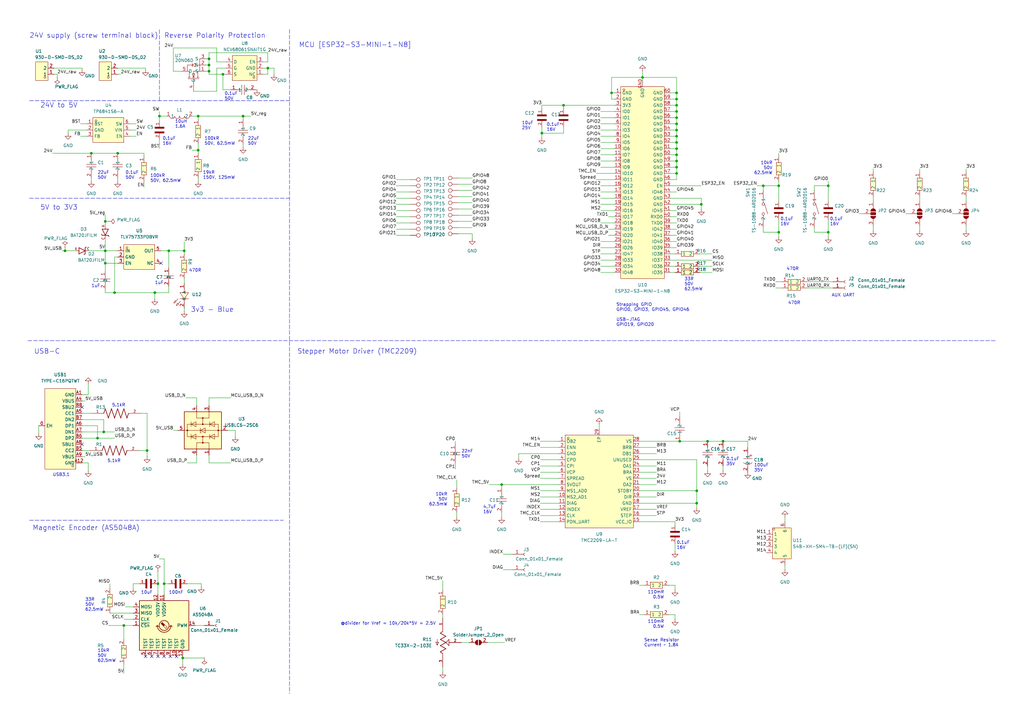
<source format=kicad_sch>
(kicad_sch (version 20211123) (generator eeschema)
  (paper "A3")
  (junction (at 65.405 47.625))
  (junction (at 43.18 90.805))
  (junction (at 231.14 43.18))
  (junction (at 250.825 38.1))
  (junction (at 277.495 43.18))
  (junction (at 69.215 102.87))
  (junction (at 313.055 76.2))
  (junction (at 277.495 40.64))
  (junction (at 43.18 102.87))
  (junction (at 278.765 180.975))
  (junction (at 67.31 239.395))
  (junction (at 319.405 95.25))
  (junction (at 277.495 38.1))
  (junction (at 205.74 198.755))
  (junction (at 277.495 53.34))
  (junction (at 64.77 239.395))
  (junction (at 85.725 29.21))
  (junction (at 339.725 76.2))
  (junction (at 277.495 45.72))
  (junction (at 277.495 50.8))
  (junction (at 339.725 95.25))
  (junction (at 277.495 71.12))
  (junction (at 85.725 26.67))
  (junction (at 75.565 102.87))
  (junction (at 277.495 66.04))
  (junction (at 37.465 62.865))
  (junction (at 99.695 47.625))
  (junction (at 85.725 24.13))
  (junction (at 40.005 179.705))
  (junction (at 60.325 184.785))
  (junction (at 263.525 31.75))
  (junction (at 287.655 83.82))
  (junction (at 277.495 58.42))
  (junction (at 81.28 61.595))
  (junction (at 277.495 55.88))
  (junction (at 26.67 102.87))
  (junction (at 74.93 269.875))
  (junction (at 285.75 201.295))
  (junction (at 63.5 120.015))
  (junction (at 285.75 206.375))
  (junction (at 43.18 107.95))
  (junction (at 290.195 180.975))
  (junction (at 50.8 256.54))
  (junction (at 42.545 177.165))
  (junction (at 46.99 120.015))
  (junction (at 277.495 68.58))
  (junction (at 109.855 27.94))
  (junction (at 277.495 63.5))
  (junction (at 296.545 180.975))
  (junction (at 91.44 30.48))
  (junction (at 277.495 48.26))
  (junction (at 48.26 62.865))
  (junction (at 277.495 60.96))
  (junction (at 222.25 54.61))
  (junction (at 81.28 47.625))
  (junction (at 319.405 76.2))
  (no_connect (at 67.31 269.24))
  (no_connect (at 66.04 107.95))
  (no_connect (at 72.39 269.24))
  (no_connect (at 33.655 167.005))
  (no_connect (at 62.23 269.24))
  (no_connect (at 64.77 269.24))
  (no_connect (at 33.655 182.245))
  (no_connect (at 59.69 269.24))
  (no_connect (at 69.85 269.24))
  (wire (pts (xy 277.495 58.42) (xy 277.495 55.88)))
  (wire (pts (xy 262.255 208.915) (xy 269.24 208.915)))
  (wire (pts (xy 246.38 58.42) (xy 252.095 58.42)))
  (wire (pts (xy 221.615 191.135) (xy 229.235 191.135)))
  (wire (pts (xy 57.785 169.545) (xy 60.325 169.545)))
  (wire (pts (xy 245.745 173.99) (xy 245.745 175.895)))
  (wire (pts (xy 319.405 95.25) (xy 319.405 90.17)))
  (wire (pts (xy 221.615 213.995) (xy 229.235 213.995)))
  (wire (pts (xy 81.28 61.595) (xy 81.28 59.055)))
  (wire (pts (xy 246.38 86.36) (xy 252.095 86.36)))
  (wire (pts (xy 43.18 90.805) (xy 43.18 92.71)))
  (wire (pts (xy 21.59 62.865) (xy 37.465 62.865)))
  (wire (pts (xy 285.75 188.595) (xy 285.75 201.295)))
  (wire (pts (xy 231.14 44.45) (xy 231.14 43.18)))
  (wire (pts (xy 59.69 28.575) (xy 59.69 27.94)))
  (wire (pts (xy 321.945 233.68) (xy 321.945 231.775)))
  (wire (pts (xy 80.645 189.865) (xy 76.835 189.865)))
  (wire (pts (xy 33.655 184.785) (xy 36.83 184.785)))
  (wire (pts (xy 81.28 61.595) (xy 78.74 61.595)))
  (wire (pts (xy 60.325 184.785) (xy 57.15 184.785)))
  (wire (pts (xy 59.055 76.835) (xy 59.055 74.295)))
  (wire (pts (xy 75.565 99.06) (xy 75.565 102.87)))
  (wire (pts (xy 377.19 94.615) (xy 377.19 92.71)))
  (wire (pts (xy 84.455 26.67) (xy 85.725 26.67)))
  (wire (pts (xy 221.615 183.515) (xy 229.235 183.515)))
  (wire (pts (xy 222.25 54.61) (xy 222.25 56.515)))
  (wire (pts (xy 221.615 206.375) (xy 229.235 206.375)))
  (wire (pts (xy 187.96 83.185) (xy 193.675 83.185)))
  (wire (pts (xy 65.405 57.15) (xy 65.405 60.96)))
  (wire (pts (xy 290.195 180.975) (xy 296.545 180.975)))
  (wire (pts (xy 67.31 229.235) (xy 65.405 229.235)))
  (wire (pts (xy 40.005 174.625) (xy 40.005 179.705)))
  (polyline (pts (xy 11.43 139.7) (xy 115.57 139.7)))
  (wire (pts (xy 246.38 53.34) (xy 252.095 53.34)))
  (wire (pts (xy 50.8 256.54) (xy 50.8 262.255)))
  (wire (pts (xy 262.255 186.055) (xy 269.24 186.055)))
  (wire (pts (xy 262.255 198.755) (xy 269.24 198.755)))
  (wire (pts (xy 276.86 241.935) (xy 276.86 240.03)))
  (wire (pts (xy 193.675 75.565) (xy 187.96 75.565)))
  (wire (pts (xy 109.855 30.48) (xy 109.855 27.94)))
  (wire (pts (xy 48.26 27.94) (xy 59.69 27.94)))
  (wire (pts (xy 51.435 248.92) (xy 54.61 248.92)))
  (wire (pts (xy 221.615 201.295) (xy 229.235 201.295)))
  (wire (pts (xy 82.55 239.395) (xy 82.55 240.665)))
  (wire (pts (xy 274.955 109.22) (xy 276.86 109.22)))
  (wire (pts (xy 274.32 240.03) (xy 276.86 240.03)))
  (wire (pts (xy 91.44 36.83) (xy 94.615 36.83)))
  (wire (pts (xy 246.38 63.5) (xy 252.095 63.5)))
  (wire (pts (xy 339.725 76.2) (xy 339.725 82.55)))
  (wire (pts (xy 189.23 263.525) (xy 192.405 263.525)))
  (wire (pts (xy 67.31 229.235) (xy 67.31 239.395)))
  (wire (pts (xy 65.405 47.625) (xy 65.405 49.53)))
  (wire (pts (xy 252.095 96.52) (xy 249.555 96.52)))
  (wire (pts (xy 274.955 63.5) (xy 277.495 63.5)))
  (wire (pts (xy 277.495 43.18) (xy 277.495 40.64)))
  (wire (pts (xy 88.9 25.4) (xy 92.71 25.4)))
  (wire (pts (xy 339.725 97.155) (xy 339.725 95.25)))
  (wire (pts (xy 262.255 180.975) (xy 278.765 180.975)))
  (wire (pts (xy 59.055 64.135) (xy 59.055 62.865)))
  (wire (pts (xy 296.545 180.975) (xy 306.705 180.975)))
  (wire (pts (xy 277.495 50.8) (xy 277.495 48.26)))
  (wire (pts (xy 48.26 62.865) (xy 59.055 62.865)))
  (wire (pts (xy 262.255 201.295) (xy 285.75 201.295)))
  (wire (pts (xy 263.525 31.75) (xy 263.525 29.21)))
  (wire (pts (xy 285.75 208.28) (xy 285.75 206.375)))
  (wire (pts (xy 334.01 76.2) (xy 334.01 78.105)))
  (wire (pts (xy 262.255 183.515) (xy 269.24 183.515)))
  (wire (pts (xy 274.955 53.34) (xy 277.495 53.34)))
  (wire (pts (xy 27.94 53.34) (xy 35.56 53.34)))
  (wire (pts (xy 68.58 47.625) (xy 65.405 47.625)))
  (wire (pts (xy 274.955 68.58) (xy 277.495 68.58)))
  (wire (pts (xy 277.495 45.72) (xy 277.495 43.18)))
  (wire (pts (xy 36.195 189.865) (xy 36.195 193.04)))
  (wire (pts (xy 277.495 63.5) (xy 277.495 60.96)))
  (wire (pts (xy 339.725 95.25) (xy 339.725 90.17)))
  (wire (pts (xy 277.495 68.58) (xy 277.495 66.04)))
  (wire (pts (xy 246.38 68.58) (xy 252.095 68.58)))
  (wire (pts (xy 287.655 83.82) (xy 287.655 81.28)))
  (wire (pts (xy 262.255 191.135) (xy 269.24 191.135)))
  (wire (pts (xy 193.675 73.025) (xy 187.96 73.025)))
  (wire (pts (xy 313.055 76.2) (xy 313.055 78.105)))
  (wire (pts (xy 107.95 27.94) (xy 109.855 27.94)))
  (wire (pts (xy 186.69 192.405) (xy 186.69 189.865)))
  (wire (pts (xy 162.56 93.98) (xy 168.275 93.98)))
  (wire (pts (xy 64.77 239.395) (xy 64.77 234.315)))
  (wire (pts (xy 358.14 69.215) (xy 358.14 70.485)))
  (wire (pts (xy 274.955 50.8) (xy 277.495 50.8)))
  (wire (pts (xy 27.94 54.61) (xy 27.94 53.34)))
  (wire (pts (xy 162.56 88.9) (xy 168.275 88.9)))
  (wire (pts (xy 221.615 203.835) (xy 229.235 203.835)))
  (wire (pts (xy 40.005 179.705) (xy 33.655 179.705)))
  (wire (pts (xy 187.96 85.725) (xy 193.675 85.725)))
  (wire (pts (xy 396.24 69.215) (xy 396.24 70.485)))
  (wire (pts (xy 181.61 252.095) (xy 181.61 253.365)))
  (wire (pts (xy 277.495 55.88) (xy 277.495 53.34)))
  (wire (pts (xy 42.545 172.085) (xy 42.545 177.165)))
  (wire (pts (xy 35.56 50.8) (xy 33.02 50.8)))
  (wire (pts (xy 277.495 40.64) (xy 277.495 38.1)))
  (wire (pts (xy 33.655 174.625) (xy 40.005 174.625)))
  (wire (pts (xy 277.495 31.75) (xy 263.525 31.75)))
  (wire (pts (xy 274.955 81.28) (xy 287.655 81.28)))
  (wire (pts (xy 246.38 48.26) (xy 252.095 48.26)))
  (wire (pts (xy 43.18 97.79) (xy 43.18 102.87)))
  (wire (pts (xy 252.095 93.98) (xy 249.555 93.98)))
  (wire (pts (xy 250.825 31.75) (xy 263.525 31.75)))
  (wire (pts (xy 334.01 76.2) (xy 339.725 76.2)))
  (wire (pts (xy 36.195 157.48) (xy 36.195 161.925)))
  (wire (pts (xy 262.255 193.675) (xy 269.24 193.675)))
  (wire (pts (xy 112.395 27.94) (xy 112.395 30.48)))
  (wire (pts (xy 43.18 111.125) (xy 43.18 107.95)))
  (wire (pts (xy 81.28 74.295) (xy 81.28 73.025)))
  (wire (pts (xy 274.955 76.2) (xy 287.655 76.2)))
  (wire (pts (xy 274.955 96.52) (xy 277.495 96.52)))
  (wire (pts (xy 319.405 62.865) (xy 319.405 64.135)))
  (wire (pts (xy 274.955 55.88) (xy 277.495 55.88)))
  (wire (pts (xy 74.93 269.875) (xy 74.93 272.415)))
  (wire (pts (xy 250.825 40.64) (xy 250.825 38.1)))
  (wire (pts (xy 319.405 76.2) (xy 319.405 82.55)))
  (wire (pts (xy 69.215 120.015) (xy 63.5 120.015)))
  (wire (pts (xy 33.655 164.465) (xy 34.925 164.465)))
  (wire (pts (xy 46.99 179.705) (xy 40.005 179.705)))
  (wire (pts (xy 246.38 104.14) (xy 252.095 104.14)))
  (wire (pts (xy 43.18 120.015) (xy 46.99 120.015)))
  (wire (pts (xy 212.725 186.055) (xy 229.235 186.055)))
  (wire (pts (xy 341.63 115.57) (xy 330.835 115.57)))
  (wire (pts (xy 246.38 45.72) (xy 252.095 45.72)))
  (wire (pts (xy 93.345 176.53) (xy 96.52 176.53)))
  (wire (pts (xy 193.675 95.885) (xy 193.675 97.79)))
  (wire (pts (xy 262.255 211.455) (xy 269.24 211.455)))
  (wire (pts (xy 339.725 74.295) (xy 339.725 76.2)))
  (wire (pts (xy 193.675 88.265) (xy 187.96 88.265)))
  (wire (pts (xy 274.32 252.095) (xy 276.86 252.095)))
  (wire (pts (xy 66.04 102.87) (xy 69.215 102.87)))
  (wire (pts (xy 80.645 163.195) (xy 76.2 163.195)))
  (wire (pts (xy 193.675 90.805) (xy 187.96 90.805)))
  (wire (pts (xy 22.225 30.48) (xy 23.495 30.48)))
  (wire (pts (xy 84.455 29.21) (xy 85.725 29.21)))
  (wire (pts (xy 91.44 30.48) (xy 92.71 30.48)))
  (wire (pts (xy 75.565 127.635) (xy 75.565 126.365)))
  (wire (pts (xy 205.74 212.09) (xy 205.74 210.185)))
  (wire (pts (xy 358.14 94.615) (xy 358.14 92.71)))
  (wire (pts (xy 274.955 93.98) (xy 277.495 93.98)))
  (wire (pts (xy 81.28 62.865) (xy 81.28 61.595)))
  (wire (pts (xy 48.26 30.48) (xy 49.53 30.48)))
  (wire (pts (xy 205.74 200.025) (xy 205.74 198.755)))
  (wire (pts (xy 221.615 208.915) (xy 229.235 208.915)))
  (wire (pts (xy 60.325 184.785) (xy 60.325 187.325)))
  (wire (pts (xy 246.38 78.74) (xy 252.095 78.74)))
  (wire (pts (xy 274.955 78.74) (xy 277.495 78.74)))
  (wire (pts (xy 85.725 24.13) (xy 85.725 26.67)))
  (wire (pts (xy 262.255 203.835) (xy 269.24 203.835)))
  (wire (pts (xy 55.88 53.34) (xy 53.34 53.34)))
  (wire (pts (xy 274.955 40.64) (xy 277.495 40.64)))
  (wire (pts (xy 313.055 93.345) (xy 313.055 95.25)))
  (wire (pts (xy 69.215 109.855) (xy 69.215 102.87)))
  (wire (pts (xy 33.655 169.545) (xy 37.465 169.545)))
  (wire (pts (xy 25.4 102.87) (xy 26.67 102.87)))
  (wire (pts (xy 274.955 88.9) (xy 277.495 88.9)))
  (wire (pts (xy 246.38 109.22) (xy 252.095 109.22)))
  (wire (pts (xy 392.43 87.63) (xy 390.525 87.63)))
  (wire (pts (xy 321.945 212.09) (xy 321.945 213.995)))
  (wire (pts (xy 187.96 78.105) (xy 193.675 78.105)))
  (wire (pts (xy 306.705 180.975) (xy 306.705 183.515)))
  (wire (pts (xy 278.765 168.91) (xy 278.765 170.815)))
  (polyline (pts (xy 12.065 81.28) (xy 118.745 81.28)))
  (wire (pts (xy 246.38 66.04) (xy 252.095 66.04)))
  (wire (pts (xy 221.615 193.675) (xy 229.235 193.675)))
  (wire (pts (xy 358.14 80.645) (xy 358.14 82.55)))
  (polyline (pts (xy 118.745 12.065) (xy 118.745 284.48)))
  (wire (pts (xy 71.12 29.21) (xy 71.12 19.685)))
  (wire (pts (xy 274.955 45.72) (xy 277.495 45.72)))
  (wire (pts (xy 46.99 120.015) (xy 63.5 120.015)))
  (wire (pts (xy 277.495 48.26) (xy 277.495 45.72)))
  (wire (pts (xy 246.38 76.2) (xy 252.095 76.2)))
  (wire (pts (xy 278.765 180.975) (xy 290.195 180.975)))
  (wire (pts (xy 244.475 71.12) (xy 252.095 71.12)))
  (wire (pts (xy 55.88 50.8) (xy 53.34 50.8)))
  (wire (pts (xy 246.38 99.06) (xy 252.095 99.06)))
  (wire (pts (xy 23.495 31.75) (xy 23.495 30.48)))
  (wire (pts (xy 319.405 97.155) (xy 319.405 95.25)))
  (wire (pts (xy 60.325 169.545) (xy 60.325 184.785)))
  (wire (pts (xy 252.095 43.18) (xy 231.14 43.18)))
  (wire (pts (xy 85.725 21.59) (xy 109.855 21.59)))
  (wire (pts (xy 76.835 239.395) (xy 82.55 239.395)))
  (wire (pts (xy 81.28 47.625) (xy 99.695 47.625)))
  (wire (pts (xy 54.61 256.54) (xy 50.8 256.54)))
  (wire (pts (xy 85.725 24.13) (xy 85.725 21.59)))
  (wire (pts (xy 99.695 48.895) (xy 99.695 47.625)))
  (wire (pts (xy 75.565 114.3) (xy 75.565 116.205)))
  (wire (pts (xy 287.02 109.22) (xy 292.1 109.22)))
  (polyline (pts (xy 12.065 41.275) (xy 118.745 41.275)))
  (wire (pts (xy 274.955 99.06) (xy 277.495 99.06)))
  (wire (pts (xy 221.615 188.595) (xy 229.235 188.595)))
  (wire (pts (xy 91.44 30.48) (xy 91.44 36.83)))
  (wire (pts (xy 320.675 118.11) (xy 318.135 118.11)))
  (wire (pts (xy 33.655 177.165) (xy 42.545 177.165)))
  (wire (pts (xy 181.61 273.685) (xy 181.61 275.59)))
  (wire (pts (xy 320.675 115.57) (xy 318.135 115.57)))
  (wire (pts (xy 162.56 96.52) (xy 168.275 96.52)))
  (wire (pts (xy 246.38 83.82) (xy 252.095 83.82)))
  (wire (pts (xy 71.12 19.685) (xy 88.9 19.685)))
  (wire (pts (xy 162.56 91.44) (xy 168.275 91.44)))
  (wire (pts (xy 43.18 107.95) (xy 43.18 102.87)))
  (wire (pts (xy 231.14 52.07) (xy 231.14 54.61)))
  (wire (pts (xy 222.25 44.45) (xy 222.25 43.18)))
  (wire (pts (xy 85.725 186.69) (xy 85.725 189.865)))
  (wire (pts (xy 26.67 101.6) (xy 26.67 102.87)))
  (wire (pts (xy 319.405 74.295) (xy 319.405 76.2)))
  (wire (pts (xy 377.19 80.645) (xy 377.19 82.55)))
  (wire (pts (xy 246.38 81.28) (xy 252.095 81.28)))
  (wire (pts (xy 15.875 174.625) (xy 15.875 177.8)))
  (wire (pts (xy 64.77 243.84) (xy 64.77 239.395)))
  (wire (pts (xy 33.655 28.575) (xy 33.655 27.94)))
  (wire (pts (xy 274.955 86.36) (xy 277.495 86.36)))
  (wire (pts (xy 45.085 251.46) (xy 54.61 251.46)))
  (wire (pts (xy 99.695 47.625) (xy 102.87 47.625)))
  (wire (pts (xy 246.38 101.6) (xy 252.095 101.6)))
  (wire (pts (xy 33.655 187.325) (xy 34.925 187.325)))
  (wire (pts (xy 262.255 252.095) (xy 264.16 252.095)))
  (wire (pts (xy 80.645 166.37) (xy 80.645 163.195)))
  (wire (pts (xy 186.69 180.975) (xy 186.69 182.245)))
  (wire (pts (xy 43.18 88.265) (xy 43.18 90.805)))
  (wire (pts (xy 274.955 101.6) (xy 277.495 101.6)))
  (wire (pts (xy 200.025 263.525) (xy 207.01 263.525)))
  (wire (pts (xy 187.325 212.09) (xy 187.325 210.185)))
  (wire (pts (xy 287.02 111.76) (xy 292.1 111.76)))
  (wire (pts (xy 377.19 69.215) (xy 377.19 70.485)))
  (wire (pts (xy 187.96 80.645) (xy 193.675 80.645)))
  (wire (pts (xy 50.8 254) (xy 54.61 254)))
  (wire (pts (xy 274.955 58.42) (xy 277.495 58.42)))
  (wire (pts (xy 104.775 36.83) (xy 105.41 36.83)))
  (wire (pts (xy 310.515 76.2) (xy 313.055 76.2)))
  (wire (pts (xy 276.86 222.885) (xy 276.86 226.06)))
  (wire (pts (xy 274.955 38.1) (xy 277.495 38.1)))
  (wire (pts (xy 22.225 27.94) (xy 33.655 27.94)))
  (wire (pts (xy 50.8 272.415) (xy 50.8 276.225)))
  (polyline (pts (xy 65.405 41.275) (xy 65.405 12.065)))
  (wire (pts (xy 396.24 80.645) (xy 396.24 82.55)))
  (wire (pts (xy 74.295 29.21) (xy 71.12 29.21)))
  (wire (pts (xy 50.8 256.54) (xy 44.45 256.54)))
  (wire (pts (xy 63.5 120.015) (xy 63.5 122.555)))
  (wire (pts (xy 107.95 30.48) (xy 109.855 30.48)))
  (wire (pts (xy 78.74 47.625) (xy 81.28 47.625)))
  (wire (pts (xy 162.56 78.74) (xy 168.275 78.74)))
  (wire (pts (xy 88.9 19.685) (xy 88.9 25.4)))
  (wire (pts (xy 274.955 66.04) (xy 277.495 66.04)))
  (wire (pts (xy 85.725 163.195) (xy 94.615 163.195)))
  (wire (pts (xy 162.56 83.82) (xy 168.275 83.82)))
  (wire (pts (xy 187.325 200.025) (xy 187.325 196.85)))
  (wire (pts (xy 274.955 71.12) (xy 277.495 71.12)))
  (wire (pts (xy 244.475 73.66) (xy 252.095 73.66)))
  (wire (pts (xy 55.88 55.88) (xy 53.34 55.88)))
  (wire (pts (xy 69.215 117.475) (xy 69.215 120.015)))
  (wire (pts (xy 74.93 269.24) (xy 74.93 269.875)))
  (wire (pts (xy 85.725 166.37) (xy 85.725 163.195)))
  (wire (pts (xy 249.555 88.9) (xy 252.095 88.9)))
  (wire (pts (xy 69.215 102.87) (xy 75.565 102.87)))
  (wire (pts (xy 263.525 33.02) (xy 263.525 31.75)))
  (wire (pts (xy 162.56 86.36) (xy 168.275 86.36)))
  (wire (pts (xy 44.45 90.805) (xy 43.18 90.805)))
  (wire (pts (xy 85.725 29.21) (xy 85.725 30.48)))
  (wire (pts (xy 274.955 43.18) (xy 277.495 43.18)))
  (wire (pts (xy 200.66 198.755) (xy 205.74 198.755)))
  (wire (pts (xy 33.655 172.085) (xy 42.545 172.085)))
  (wire (pts (xy 193.675 93.345) (xy 187.96 93.345)))
  (wire (pts (xy 246.38 106.68) (xy 252.095 106.68)))
  (wire (pts (xy 83.82 269.875) (xy 74.93 269.875)))
  (wire (pts (xy 277.495 60.96) (xy 277.495 58.42)))
  (wire (pts (xy 210.185 227.33) (xy 206.375 227.33)))
  (wire (pts (xy 296.545 191.135) (xy 296.545 193.04)))
  (wire (pts (xy 274.955 91.44) (xy 277.495 91.44)))
  (polyline (pts (xy 116.205 139.7) (xy 408.305 139.7)))
  (wire (pts (xy 162.56 73.66) (xy 168.275 73.66)))
  (wire (pts (xy 274.955 83.82) (xy 287.655 83.82)))
  (wire (pts (xy 274.955 60.96) (xy 277.495 60.96)))
  (wire (pts (xy 221.615 180.975) (xy 229.235 180.975)))
  (wire (pts (xy 396.24 94.615) (xy 396.24 92.71)))
  (wire (pts (xy 277.495 73.66) (xy 277.495 71.12)))
  (wire (pts (xy 290.195 191.135) (xy 290.195 193.04)))
  (wire (pts (xy 46.99 177.165) (xy 42.545 177.165)))
  (wire (pts (xy 79.375 37.465) (xy 88.9 37.465)))
  (wire (pts (xy 46.99 105.41) (xy 46.99 120.015)))
  (wire (pts (xy 252.095 38.1) (xy 250.825 38.1)))
  (wire (pts (xy 222.25 52.07) (xy 222.25 54.61)))
  (wire (pts (xy 250.825 38.1) (xy 250.825 31.75)))
  (wire (pts (xy 37.465 74.295) (xy 37.465 73.025)))
  (wire (pts (xy 54.61 239.395) (xy 54.61 241.3)))
  (wire (pts (xy 48.26 107.95) (xy 43.18 107.95)))
  (wire (pts (xy 274.955 111.76) (xy 276.86 111.76)))
  (wire (pts (xy 67.31 239.395) (xy 67.31 243.84)))
  (wire (pts (xy 85.725 189.865) (xy 94.615 189.865)))
  (wire (pts (xy 212.725 187.96) (xy 212.725 186.055)))
  (wire (pts (xy 69.215 239.395) (xy 67.31 239.395)))
  (wire (pts (xy 65.405 47.625) (xy 65.405 45.72)))
  (wire (pts (xy 313.055 76.2) (xy 319.405 76.2)))
  (wire (pts (xy 274.955 73.66) (xy 277.495 73.66)))
  (wire (pts (xy 285.75 201.295) (xy 285.75 206.375)))
  (wire (pts (xy 162.56 81.28) (xy 168.275 81.28)))
  (wire (pts (xy 88.9 27.94) (xy 92.71 27.94)))
  (wire (pts (xy 262.255 206.375) (xy 285.75 206.375)))
  (wire (pts (xy 71.12 176.53) (xy 73.025 176.53)))
  (wire (pts (xy 205.74 198.755) (xy 229.235 198.755)))
  (wire (pts (xy 80.645 186.69) (xy 80.645 189.865)))
  (wire (pts (xy 274.955 48.26) (xy 277.495 48.26)))
  (wire (pts (xy 43.18 118.745) (xy 43.18 120.015)))
  (wire (pts (xy 162.56 76.2) (xy 168.275 76.2)))
  (wire (pts (xy 48.26 105.41) (xy 46.99 105.41)))
  (wire (pts (xy 262.255 213.995) (xy 276.86 213.995)))
  (wire (pts (xy 81.28 48.895) (xy 81.28 47.625)))
  (wire (pts (xy 43.18 102.87) (xy 36.195 102.87)))
  (polyline (pts (xy 12.065 213.36) (xy 116.205 213.36)))
  (wire (pts (xy 84.455 24.13) (xy 85.725 24.13)))
  (wire (pts (xy 109.855 25.4) (xy 107.95 25.4)))
  (wire (pts (xy 274.955 106.68) (xy 292.1 106.68)))
  (wire (pts (xy 262.255 196.215) (xy 269.24 196.215)))
  (wire (pts (xy 33.655 189.865) (xy 36.195 189.865)))
  (wire (pts (xy 252.095 40.64) (xy 250.825 40.64)))
  (wire (pts (xy 99.695 60.325) (xy 99.695 59.055)))
  (wire (pts (xy 83.82 256.54) (xy 80.01 256.54)))
  (wire (pts (xy 334.01 93.345) (xy 334.01 95.25)))
  (wire (pts (xy 276.86 254) (xy 276.86 252.095)))
  (wire (pts (xy 277.495 53.34) (xy 277.495 50.8)))
  (wire (pts (xy 206.375 233.68) (xy 210.185 233.68)))
  (wire (pts (xy 57.15 239.395) (xy 54.61 239.395)))
  (wire (pts (xy 287.655 83.82) (xy 287.655 85.725)))
  (wire (pts (xy 193.675 95.885) (xy 187.96 95.885)))
  (wire (pts (xy 334.01 95.25) (xy 339.725 95.25)))
  (wire (pts (xy 246.38 55.88) (xy 252.095 55.88)))
  (wire (pts (xy 48.26 102.87) (xy 43.18 102.87)))
  (wire (pts (xy 85.725 26.67) (xy 85.725 29.21)))
  (wire (pts (xy 85.725 30.48) (xy 91.44 30.48)))
  (wire (pts (xy 276.86 213.995) (xy 276.86 215.265)))
  (wire (pts (xy 222.25 54.61) (xy 231.14 54.61)))
  (wire (pts (xy 341.63 118.11) (xy 330.835 118.11)))
  (wire (pts (xy 246.38 111.76) (xy 252.095 111.76)))
  (wire (pts (xy 75.565 102.87) (xy 75.565 104.14)))
  (wire (pts (xy 274.955 104.14) (xy 276.86 104.14)))
  (wire (pts (xy 48.26 74.295) (xy 48.26 73.025)))
  (wire (pts (xy 222.25 43.18) (xy 231.14 43.18)))
  (wire (pts (xy 109.855 21.59) (xy 109.855 25.4)))
  (wire (pts (xy 35.56 55.88) (xy 33.02 55.88)))
  (wire (pts (xy 313.055 95.25) (xy 319.405 95.25)))
  (wire (pts (xy 33.655 161.925) (xy 36.195 161.925)))
  (wire (pts (xy 277.495 66.04) (xy 277.495 63.5)))
  (wire (pts (xy 181.61 238.125) (xy 181.61 241.935)))
  (wire (pts (xy 26.67 102.87) (xy 31.115 102.87)))
  (wire (pts (xy 262.255 240.03) (xy 264.16 240.03)))
  (wire (pts (xy 88.9 37.465) (xy 88.9 27.94)))
  (wire (pts (xy 277.495 71.12) (xy 277.495 68.58)))
  (wire (pts (xy 354.33 87.63) (xy 352.425 87.63)))
  (wire (pts (xy 45.085 241.3) (xy 45.085 239.395)))
  (wire (pts (xy 109.855 27.94) (xy 112.395 27.94)))
  (wire (pts (xy 246.38 91.44) (xy 252.095 91.44)))
  (wire (pts (xy 96.52 176.53) (xy 96.52 179.07)))
  (wire (pts (xy 79.375 36.83) (xy 79.375 37.465)))
  (wire (pts (xy 246.38 60.96) (xy 252.095 60.96)))
  (wire (pts (xy 37.465 62.865) (xy 48.26 62.865)))
  (wire (pts (xy 221.615 196.215) (xy 229.235 196.215)))
  (wire (pts (xy 373.38 87.63) (xy 371.475 87.63)))
  (wire (pts (xy 287.02 104.14) (xy 292.1 104.14)))
  (wire (pts (xy 221.615 211.455) (xy 229.235 211.455)))
  (wire (pts (xy 262.255 188.595) (xy 285.75 188.595)))
  (wire (pts (xy 277.495 38.1) (xy 277.495 31.75)))
  (wire (pts (xy 246.38 50.8) (xy 252.095 50.8)))
  (text "10uF" (at 57.785 243.84 0) (effects (font (size 1.27 1.27)) (justify left bottom)))
  (text "0.1uF\n16V" (at 277.495 225.425 0) (effects (font (size 1.27 1.27)) (justify left bottom)))
  (text "22uF\n50V" (at 101.6 59.69 0) (effects (font (size 1.27 1.27)) (justify left bottom)))
  (text "0.1uF\n16V" (at 340.36 92.71 0) (effects (font (size 1.27 1.27)) (justify left bottom)))
  (text "100kR\n50V, 62.5mW" (at 61.595 74.93 0) (effects (font (size 1.27 1.27)) (justify left bottom)))
  (text "470R" (at 327.66 111.125 180) (effects (font (size 1.27 1.27)) (justify right bottom)))
  (text "5.1kR" (at 51.435 167.005 180) (effects (font (size 1.27 1.27)) (justify right bottom)))
  (text "Reverse Polarity Protection" (at 67.31 15.875 0) (effects (font (size 2 2)) (justify left bottom)))
  (text "Sense Resistor\nCurrent ~ 1.8A" (at 264.16 265.43 0) (effects (font (size 1.27 1.27)) (justify left bottom)))
  (text "110mR\n0.5W" (at 272.415 245.745 180) (effects (font (size 1.27 1.27)) (justify right bottom)))
  (text "@divider for Vref = 10k/20k*5V = 2.5V" (at 139.7 256.54 0) (effects (font (size 1.27 1.27)) (justify left bottom)))
  (text "1uF" (at 37.465 118.11 0) (effects (font (size 1.27 1.27)) (justify left bottom)))
  (text "33R\n50V\n62.5mW" (at 280.67 119.38 0) (effects (font (size 1.27 1.27)) (justify left bottom)))
  (text "10kR\n50V\n62.5mW" (at 316.865 71.755 180) (effects (font (size 1.27 1.27)) (justify right bottom)))
  (text "USB3.1" (at 21.59 195.58 0) (effects (font (size 1.27 1.27)) (justify left bottom)))
  (text "33R\n50V\n62.5mW" (at 34.925 250.825 0) (effects (font (size 1.27 1.27)) (justify left bottom)))
  (text "22uF\n50V" (at 40.005 73.66 0) (effects (font (size 1.27 1.27)) (justify left bottom)))
  (text "5V to 3V3" (at 16.51 86.36 0) (effects (font (size 2 2)) (justify left bottom)))
  (text "USB-C" (at 13.97 145.415 0) (effects (font (size 2 2)) (justify left bottom)))
  (text "0.1uF\n50V" (at 92.075 41.275 0) (effects (font (size 1.27 1.27)) (justify left bottom)))
  (text "0.1uF\n35V" (at 297.815 191.135 0) (effects (font (size 1.27 1.27)) (justify left bottom)))
  (text "Strapping GPIO\nGPIO0, GPIO3, GPIO45, GPIO46\n\nUSB-JTAG\nGPIO19, GPIO20" (at 252.73 133.985 0) (effects (font (size 1.27 1.27)) (justify left bottom)))
  (text "1uF" (at 63.5 116.84 0) (effects (font (size 1.27 1.27)) (justify left bottom)))
  (text "19kR\n150V, 125mW" (at 83.185 73.66 0) (effects (font (size 1.27 1.27)) (justify left bottom)))
  (text "0.1uF\n16V" (at 66.675 59.69 0) (effects (font (size 1.27 1.27)) (justify left bottom)))
  (text "0.1uF\n50V" (at 51.435 73.66 0) (effects (font (size 1.27 1.27)) (justify left bottom)))
  (text "0.1uF\n16V" (at 224.155 53.975 0) (effects (font (size 1.27 1.27)) (justify left bottom)))
  (text "5.1kR" (at 49.53 189.865 180) (effects (font (size 1.27 1.27)) (justify right bottom)))
  (text "10kR\n50V\n62.5mW" (at 183.515 207.645 180) (effects (font (size 1.27 1.27)) (justify right bottom)))
  (text "10kR\n50V\n62.5mW" (at 40.005 271.78 0) (effects (font (size 1.27 1.27)) (justify left bottom)))
  (text "470R" (at 328.295 125.095 180) (effects (font (size 1.27 1.27)) (justify right bottom)))
  (text "24V supply (screw terminal block)" (at 12.065 15.875 0) (effects (font (size 2 2)) (justify left bottom)))
  (text "MCU [ESP32-S3-MINI-1-N8]" (at 122.555 19.685 0) (effects (font (size 2 2)) (justify left bottom)))
  (text "AUX UART" (at 350.52 121.92 180) (effects (font (size 1.27 1.27)) (justify right bottom)))
  (text "10uH\n1.6A" (at 71.755 52.705 0) (effects (font (size 1.27 1.27)) (justify left bottom)))
  (text "110mR\n0.5W" (at 272.415 257.81 180) (effects (font (size 1.27 1.27)) (justify right bottom)))
  (text "Magnetic Encoder (AS5048A)" (at 13.335 217.805 0) (effects (font (size 2 2)) (justify left bottom)))
  (text "100uF\n35V" (at 309.245 193.675 0) (effects (font (size 1.27 1.27)) (justify left bottom)))
  (text "470R" (at 77.47 111.76 0) (effects (font (size 1.27 1.27)) (justify left bottom)))
  (text "0.1uF\n16V" (at 320.04 92.71 0) (effects (font (size 1.27 1.27)) (justify left bottom)))
  (text "24V to 5V" (at 16.51 44.45 0) (effects (font (size 2 2)) (justify left bottom)))
  (text "100kR\n50V, 62.5mW" (at 83.82 59.69 0) (effects (font (size 1.27 1.27)) (justify left bottom)))
  (text "4.7uF\n16V" (at 198.12 210.82 0) (effects (font (size 1.27 1.27)) (justify left bottom)))
  (text "10uF\n25V" (at 213.995 53.34 0) (effects (font (size 1.27 1.27)) (justify left bottom)))
  (text "Stepper Motor Driver (TMC2209)" (at 121.92 145.415 0) (effects (font (size 2 2)) (justify left bottom)))
  (text "3v3 - Blue" (at 95.885 128.27 180) (effects (font (size 2 2)) (justify right bottom)))
  (text "100nF" (at 69.215 243.84 0) (effects (font (size 1.27 1.27)) (justify left bottom)))
  (text "22nF\n50V" (at 189.23 187.96 0) (effects (font (size 1.27 1.27)) (justify left bottom)))
  (label "TMC_CLK" (at 187.325 196.85 180))
  (label "VREF" (at 207.01 263.525 0))
  (label "INDEX" (at 206.375 227.33 180))
  (label "EN" (at 55.88 55.88 0))
  (label "GPIO9" (at 193.675 93.345 0))
  (label "BST" (at 33.02 50.8 180))
  (label "GPIO6" (at 246.38 60.96 180))
  (label "MCU_USB_D_P" (at 249.555 96.52 180))
  (label "GPIO1" (at 162.56 73.66 180))
  (label "UART0_RX" (at 330.835 118.11 0))
  (label "MS1" (at 221.615 201.295 180))
  (label "M14" (at 221.615 180.975 180))
  (label "CP0" (at 221.615 188.595 180))
  (label "BRA" (at 262.255 252.095 180))
  (label "24V_raw" (at 109.855 21.59 0))
  (label "GPIO7" (at 162.56 93.98 180))
  (label "CP1" (at 221.615 191.135 180))
  (label "GPIO39" (at 277.495 101.6 0))
  (label "GPIO8" (at 246.38 66.04 180))
  (label "GPIO12" (at 162.56 83.82 180))
  (label "GPIO6" (at 162.56 91.44 180))
  (label "GPIO45" (at 371.475 87.63 180))
  (label "VCP" (at 221.615 193.675 180))
  (label "SCLK" (at 292.1 109.22 0))
  (label "MOSI" (at 51.435 248.92 180))
  (label "USB_D_P" (at 76.835 189.865 180))
  (label "3V3" (at 377.19 69.215 0))
  (label "5V" (at 43.18 102.235 180))
  (label "USB_D_P" (at 46.99 179.705 0))
  (label "CS" (at 292.1 104.14 0))
  (label "GPIO9" (at 246.38 68.58 180))
  (label "24V" (at 269.24 196.215 0))
  (label "3V3" (at 276.86 213.995 0))
  (label "GPIO14" (at 162.56 88.9 180))
  (label "5V_USB" (at 25.4 102.87 180))
  (label "MISO" (at 292.1 106.68 0))
  (label "GPIO42" (at 193.675 78.105 0))
  (label "MCU_USB_D_N" (at 249.555 93.98 180))
  (label "GPIO13" (at 162.56 86.36 180))
  (label "24V" (at 71.12 19.685 180))
  (label "CS" (at 44.45 256.54 180))
  (label "CP1" (at 186.69 192.405 180))
  (label "24V" (at 21.59 62.865 180))
  (label "INDEX" (at 221.615 208.915 180))
  (label "MS2" (at 246.38 86.36 180))
  (label "GPIO1" (at 246.38 48.26 180))
  (label "GPIO48" (at 193.675 73.025 0))
  (label "FB" (at 78.74 61.595 180))
  (label "3V3" (at 319.405 62.865 0))
  (label "GPIO3" (at 352.425 87.63 180))
  (label "SCLK" (at 50.8 254 180))
  (label "GPIO5" (at 162.56 81.28 180))
  (label "MISO" (at 45.085 239.395 180))
  (label "5V_USB" (at 34.925 187.325 0))
  (label "GPIO18" (at 246.38 91.44 180))
  (label "DIR" (at 246.38 101.6 180))
  (label "GPIO41" (at 277.495 96.52 0))
  (label "5V_reg" (at 43.18 88.265 180))
  (label "5V_USB" (at 34.925 164.465 0))
  (label "CP0" (at 186.69 180.975 180))
  (label "GPIO2" (at 246.38 50.8 180))
  (label "TXD1" (at 221.615 213.995 180))
  (label "GPIO40" (at 277.495 99.06 0))
  (label "M11" (at 269.24 191.135 0))
  (label "24V_raw" (at 23.495 30.48 0))
  (label "GPIO14" (at 246.38 81.28 180))
  (label "GPIO12" (at 246.38 76.2 180))
  (label "VCP" (at 278.765 168.91 180))
  (label "GPIO4" (at 162.56 78.74 180))
  (label "GPIO39" (at 193.675 85.725 0))
  (label "GPIO42" (at 277.495 93.98 0))
  (label "BRB" (at 262.255 240.03 180))
  (label "M13" (at 269.24 186.055 0))
  (label "GPIO5" (at 246.38 58.42 180))
  (label "TXD0" (at 318.135 115.57 180))
  (label "3V3" (at 222.25 43.18 180))
  (label "TXD0" (at 277.495 91.44 0))
  (label "TMC_CLK" (at 221.615 211.455 180))
  (label "DIAG" (at 206.375 233.68 180))
  (label "RXD0" (at 277.495 88.9 0))
  (label "GPIO4" (at 246.38 55.88 180))
  (label "24V" (at 306.705 180.975 0))
  (label "MCU_USB_D_N" (at 94.615 163.195 0))
  (label "SW" (at 65.405 45.72 180))
  (label "MOSI" (at 292.1 111.76 0))
  (label "GPIO48" (at 246.38 111.76 180))
  (label "RXD0" (at 318.135 118.11 180))
  (label "MS1" (at 246.38 83.82 180))
  (label "GPIO0" (at 339.725 74.295 180))
  (label "24V_raw" (at 49.53 30.48 0))
  (label "GPIO40" (at 193.675 83.185 0))
  (label "TXD1" (at 249.555 88.9 180))
  (label "GPIO33" (at 246.38 106.68 180))
  (label "BRA" (at 269.24 193.675 0))
  (label "3V3" (at 358.14 69.215 0))
  (label "TMC_EN" (at 244.475 71.12 180))
  (label "GPIO21" (at 246.38 99.06 180))
  (label "EN" (at 59.055 76.835 180))
  (label "GPIO46" (at 277.495 78.74 0))
  (label "ESP32_EN" (at 287.655 76.2 0))
  (label "5V_reg" (at 102.87 47.625 0))
  (label "M12" (at 269.24 198.755 0))
  (label "GPIO46" (at 390.525 87.63 180))
  (label "5V_USB" (at 71.12 176.53 180))
  (label "BRB" (at 269.24 183.515 0))
  (label "USB_D_N" (at 76.2 163.195 180))
  (label "GPIO7" (at 246.38 63.5 180))
  (label "UART0_TX" (at 330.835 115.57 0))
  (label "GPIO8" (at 193.675 75.565 0))
  (label "TMC_EN" (at 221.615 183.515 180))
  (label "GPIO45" (at 277.495 86.36 0))
  (label "GPIO34" (at 246.38 109.22 180))
  (label "USB_D_N" (at 46.99 177.165 0))
  (label "GPIO3" (at 246.38 53.34 180))
  (label "FB" (at 33.02 55.88 180))
  (label "VREF" (at 269.24 208.915 0))
  (label "24V" (at 55.88 53.34 0))
  (label "GPIO34" (at 193.675 88.265 0))
  (label "GPIO21" (at 162.56 96.52 180))
  (label "STP" (at 246.38 104.14 180))
  (label "GPIO33" (at 193.675 90.805 0))
  (label "5V" (at 50.8 276.225 180))
  (label "GPIO41" (at 193.675 80.645 0))
  (label "ESP32_EN" (at 310.515 76.2 180))
  (label "STP" (at 269.24 211.455 0))
  (label "5V" (at 65.405 229.235 180))
  (label "GPIO2" (at 162.56 76.2 180))
  (label "M13" (at 314.325 221.615 180))
  (label "DIR" (at 269.24 203.835 0))
  (label "Spread" (at 221.615 196.215 180))
  (label "3V3" (at 396.24 69.215 0))
  (label "M12" (at 314.325 224.155 180))
  (label "GPIO0" (at 246.38 45.72 180))
  (label "M11" (at 314.325 219.075 180))
  (label "MS2" (at 221.615 203.835 180))
  (label "M14" (at 314.325 226.695 180))
  (label "SW" (at 55.88 50.8 0))
  (label "MCU_USB_D_P" (at 94.615 189.865 0))
  (label "DIAG" (at 221.615 206.375 180))
  (label "GPIO13" (at 246.38 78.74 180))
  (label "Spread" (at 244.475 73.66 180))
  (label "3V3" (at 75.565 99.06 0))
  (label "BST" (at 65.405 60.96 180))
  (label "TMC_5V" (at 181.61 238.125 180))
  (label "TMC_5V" (at 200.66 198.755 180))
  (symbol (lib_id "power:GND") (at 36.195 157.48 180) (unit 1)
    (property "Reference" "#PWR08" (effects hide))
    (property "Value" "GND" (at 40.005 156.2099 0) (effects (justify right)))
  )
  (symbol (lib_id "Connector:TestPoint") (at 187.96 85.725 90) (unit 1)
    (property "Reference" "TP16" (at 182.5625 86.0425 90) (effects (justify left)))
    (property "Value" "TestPoint" (effects hide))
    (property "Footprint" "TestPoint:TestPoint_Pad_1.0x1.0mm" (effects hide))
  )
  (symbol (lib_id "100nf_cap_GCM155R71C104KA55J:GCM155R71C104KA55J") (at 319.405 85.09 270) (unit 1)
    (property "Reference" "C19" (at 321.945 84.455 90) (effects (justify left)))
    (property "Value" "GCM155R71C104KA55J" (effects hide))
    (property "Footprint" "100nf_cap_GCM155R71C104KA55J:CAPC1005X55N" (effects hide))
    (property "MF" "Murata" (effects hide))
    (property "Description" "\n0.1 µF ±10% 16V Ceramic Capacitor X7R 0402 (1005 Metric)\n" (effects hide))
    (property "Package" "1005 Taiyo Yuden" (effects hide))
    (property "Price" "None" (effects hide))
    (property "SnapEDA_Link" "https://www.snapeda.com/parts/GCM155R71C104KA55J/Murata+Electronics+North+America/view-part/?ref=snap" (effects hide))
    (property "MP" "GCM155R71C104KA55J" (effects hide))
    (property "Purchase-URL" "https://pricing.snapeda.com/search?q=GCM155R71C104KA55J&ref=eda" (effects hide))
    (property "Availability" "In Stock" (effects hide))
    (property "Check_prices" "https://www.snapeda.com/parts/GCM155R71C104KA55J/Murata+Electronics+North+America/view-part/?ref=eda" (effects hide))
    (property "LCSC Part #" "C2655418" (effects hide))
    (property "LCSC Part" "C2655418" (effects hide))
    (property "LCSC" "C2655418" (effects hide))
  )
  (symbol (lib_id "power:GND") (at 81.28 74.295 0) (unit 1)
    (property "Reference" "#PWR013" (effects hide))
    (property "Value" "GND" (at 81.28 79.375 0))
  )
  (symbol (lib_id "ESP32-S3-MINI-1-N8_C2913206:ESP32-S3-MINI-1-N8") (at 263.525 74.93 0) (unit 1)
    (property "Reference" "U10" (at 263.525 116.84 0))
    (property "Value" "ESP32-S3-MINI-1-N8" (at 263.525 119.38 0))
    (property "Footprint" "ESP32-S3-MINI-1-N8_C2913206:BULETM-SMD_ESP32-S3-MINI-1-N8" (effects hide))
    (property "LCSC Part" "C2913206" (effects hide))
    (property "LCSC" "C2913206" (effects hide))
  )
  (symbol (lib_id "power:GND") (at 245.745 173.99 0) (mirror x) (unit 1)
    (property "Reference" "#PWR027" (effects hide))
    (property "Value" "GND" (at 245.745 168.91 0))
  )
  (symbol (lib_id "power:GND") (at 296.545 193.04 0) (mirror y) (unit 1)
    (property "Reference" "#PWR035" (effects hide))
    (property "Value" "GND" (at 296.545 198.12 0))
  )
  (symbol (lib_id "power:GND") (at 193.675 97.79 0) (unit 1)
    (property "Reference" "#PWR022" (effects hide))
    (property "Value" "GND" (at 193.675 102.87 0))
  )
  (symbol (lib_id "Jumper:SolderJumper_3_Open") (at 358.14 87.63 270) (unit 1)
    (property "Reference" "JP2" (at 360.045 86.3599 90) (effects (justify left)))
    (property "Value" "SolderJumper_3_Open" (effects hide))
    (property "Footprint" "Jumper:SolderJumper-3_P1.3mm_Open_RoundedPad1.0x1.5mm" (effects hide))
  )
  (symbol (lib_id "power:PWR_FLAG") (at 83.82 269.875 180) (unit 1)
    (property "Reference" "#FLG07" (effects hide))
    (property "Value" "PWR_FLAG" (at 83.82 274.955 0))
  )
  (symbol (lib_id "Connector:TestPoint") (at 168.275 81.28 270) (unit 1)
    (property "Reference" "TP4" (at 173.6725 80.9625 90) (effects (justify left)))
    (property "Value" "TestPoint" (effects hide))
    (property "Footprint" "TestPoint:TestPoint_Pad_1.0x1.0mm" (effects hide))
  )
  (symbol (lib_id "power:GND") (at 75.565 127.635 0) (unit 1)
    (property "Reference" "#PWR017" (effects hide))
    (property "Value" "GND" (at 75.565 132.715 0))
  )
  (symbol (lib_id "10uF_cap_GRM21BR61E106KA73L:GRM21BR61E106KA73L") (at 222.25 46.99 270) (unit 1)
    (property "Reference" "C12" (at 215.265 46.355 90) (effects (justify left)))
    (property "Value" "GRM21BR61E106KA73L" (effects hide))
    (property "Footprint" "10uF_cap_GRM21BR61E106KA73L:CAPC2012X140N" (effects hide))
    (property "MF" "Murata" (effects hide))
    (property "Description" "\n10 µF ±10% 25V Ceramic Capacitor X5R 0805 (2012 Metric)\n" (effects hide))
    (property "Package" "2012 Murata" (effects hide))
    (property "Price" "None" (effects hide))
    (property "SnapEDA_Link" "https://www.snapeda.com/parts/GRM21BR61E106KA73L/Murata+Electronics+North+America/view-part/?ref=snap" (effects hide))
    (property "MP" "GRM21BR61E106KA73L" (effects hide))
    (property "Purchase-URL" "https://pricing.snapeda.com/search?q=GRM21BR61E106KA73L&ref=eda" (effects hide))
    (property "Availability" "In Stock" (effects hide))
    (property "Check_prices" "https://www.snapeda.com/parts/GRM21BR61E106KA73L/Murata+Electronics+North+America/view-part/?ref=eda" (effects hide))
    (property "LCSC Part #" "C84416" (effects hide))
    (property "LCSC Part" "C84416" (effects hide))
    (property "LCSC" "C84416" (effects hide))
  )
  (symbol (lib_id "power:GND") (at 36.195 193.04 0) (unit 1)
    (property "Reference" "#PWR026" (effects hide))
    (property "Value" "GND" (at 36.195 198.12 0))
  )
  (symbol (lib_id "power:GND") (at 60.325 187.325 0) (unit 1)
    (property "Reference" "#PWR045" (effects hide))
    (property "Value" "GND" (at 60.325 192.405 0))
  )
  (symbol (lib_id "100nf_cap_GCM155R71C104KA55J:GCM155R71C104KA55J") (at 339.725 85.09 270) (unit 1)
    (property "Reference" "C20" (at 342.265 84.455 90) (effects (justify left)))
    (property "Value" "GCM155R71C104KA55J" (effects hide))
    (property "Footprint" "100nf_cap_GCM155R71C104KA55J:CAPC1005X55N" (effects hide))
    (property "MF" "Murata" (effects hide))
    (property "Description" "\n0.1 µF ±10% 16V Ceramic Capacitor X7R 0402 (1005 Metric)\n" (effects hide))
    (property "Package" "1005 Taiyo Yuden" (effects hide))
    (property "Price" "None" (effects hide))
    (property "SnapEDA_Link" "https://www.snapeda.com/parts/GCM155R71C104KA55J/Murata+Electronics+North+America/view-part/?ref=snap" (effects hide))
    (property "MP" "GCM155R71C104KA55J" (effects hide))
    (property "Purchase-URL" "https://pricing.snapeda.com/search?q=GCM155R71C104KA55J&ref=eda" (effects hide))
    (property "Availability" "In Stock" (effects hide))
    (property "Check_prices" "https://www.snapeda.com/parts/GCM155R71C104KA55J/Murata+Electronics+North+America/view-part/?ref=eda" (effects hide))
    (property "LCSC Part #" "C2655418" (effects hide))
    (property "LCSC Part" "C2655418" (effects hide))
    (property "LCSC" "C2655418" (effects hide))
  )
  (symbol (lib_id "Connector:TestPoint") (at 168.275 88.9 270) (unit 1)
    (property "Reference" "TP7" (at 173.6725 88.5825 90) (effects (justify left)))
    (property "Value" "TestPoint" (effects hide))
    (property "Footprint" "TestPoint:TestPoint_Pad_1.0x1.0mm" (effects hide))
  )
  (symbol (lib_id "power:PWR_FLAG") (at 26.67 101.6 0) (unit 1)
    (property "Reference" "#FLG02" (effects hide))
    (property "Value" "PWR_FLAG" (at 22.86 97.79 0))
  )
  (symbol (lib_id "power:GND") (at 27.94 54.61 0) (unit 1)
    (property "Reference" "#PWR02" (effects hide))
    (property "Value" "GND" (at 27.94 59.69 0))
  )
  (symbol (lib_id "power:GND") (at 63.5 122.555 0) (unit 1)
    (property "Reference" "#PWR015" (effects hide))
    (property "Value" "GND" (at 63.5 127.635 0))
  )
  (symbol (lib_id "power:GND") (at 187.325 212.09 0) (mirror y) (unit 1)
    (property "Reference" "#PWR021" (effects hide))
    (property "Value" "GND" (at 187.325 217.17 0))
  )
  (symbol (lib_id "Connector:TestPoint") (at 187.96 95.885 90) (unit 1)
    (property "Reference" "TP20" (at 182.5625 96.2025 90) (effects (justify left)))
    (property "Value" "TestPoint" (effects hide))
    (property "Footprint" "TestPoint:TestPoint_Pad_1.0x1.0mm" (effects hide))
  )
  (symbol (lib_id "power:PWR_FLAG") (at 44.45 90.805 270) (unit 1)
    (property "Reference" "#FLG03" (effects hide))
    (property "Value" "PWR_FLAG" (at 52.705 90.17 90))
  )
  (symbol (lib_id "Resistor_62.5mW_50V_±1%_33Ω_0402_C138002:RC0402FR-0733RL") (at 281.94 104.14 0) (unit 1)
    (property "Reference" "R16" (at 287.655 102.87 0))
    (property "Value" "RC0402FR-0733RL" (effects hide))
    (property "Footprint" "Resistor_62.5mW_50V_±1%_33Ω_0402_C138002:Resistor_62.5mW_50V_±1%_33Ω_0402_C138002" (effects hide))
    (property "Datasheet" "https://lcsc.com/product-detail/Chip-Resistor-Surface-Mount_33R-33R0-1_C138002.html" (effects hide))
    (property "LCSC Part" "C138002" (effects hide))
    (property "LCSC" "C138002" (effects hide))
  )
  (symbol (lib_id "60V_20A_28mΩ_2.5V_1-N-channel_PDFN-8(3x3)_MOSFETs_C7543835:20N06D") (at 79.375 29.21 90) (unit 1)
    (property "Reference" "U7" (at 73.025 22.86 90))
    (property "Value" "20N06D" (at 75.565 24.765 90))
    (property "Footprint" "60V_20A_28mΩ_2.5V_1-N-channel_PDFN-8(3x3)_MOSFETs_C7543835:60V_20A_28mΩ_2.5V_1-N-channel_PDFN-8(3x3)_MOSFETs_C7543835" (effects hide))
    (property "LCSC Part" "C7543835" (effects hide))
    (property "LCSC" "C7543835" (effects hide))
  )
  (symbol (lib_id "power:GND") (at 205.74 212.09 0) (mirror y) (unit 1)
    (property "Reference" "#PWR023" (effects hide))
    (property "Value" "GND" (at 205.74 217.17 0))
  )
  (symbol (lib_id "Resistor_62.5mW_50V_±1%_10kΩ_0402_C60490:RC0402FR-0710KL") (at 396.24 75.565 270) (unit 1)
    (property "Reference" "R24" (at 399.415 78.105 90))
    (property "Value" "RC0402FR-0710KL" (effects hide))
    (property "Footprint" "Resistor_62.5mW_50V_±1%_10kΩ_0402_C60490:Resistor_62.5mW_50V_±1%_10kΩ_0402_C60490" (effects hide))
    (property "Datasheet" "https://lcsc.com/product-detail/Chip-Resistor-Surface-Mount_10KR-1002-1_C60490.html" (effects hide))
    (property "LCSC Part" "C60490" (effects hide))
    (property "LCSC" "C60490" (effects hide))
  )
  (symbol (lib_id "5.1kR_RC0402FR-075K1L:RC0402FR-075K1L") (at 46.99 184.785 0) (unit 1)
    (property "Reference" "R1" (at 40.64 182.245 0))
    (property "Value" "RC0402FR-075K1L" (effects hide))
    (property "Footprint" "5.1kR_RC0402FR-075K1L:RESC1005X40N" (effects hide))
    (property "MF" "Yageo" (effects hide))
    (property "Description" "\n5.1 kOhms ±1% 0.063W, 1/16W Chip Resistor 0402 (1005 Metric) Moisture Resistant Thick Film\n" (effects hide))
    (property "Package" "1005 Panasonic Electronic Components" (effects hide))
    (property "Price" "None" (effects hide))
    (property "SnapEDA_Link" "https://www.snapeda.com/parts/RC0402FR-075K1L/Yageo/view-part/?ref=snap" (effects hide))
    (property "MP" "RC0402FR-075K1L" (effects hide))
    (property "Purchase-URL" "https://pricing.snapeda.com/search?q=RC0402FR-075K1L&ref=eda" (effects hide))
    (property "Availability" "In Stock" (effects hide))
    (property "Check_prices" "https://www.snapeda.com/parts/RC0402FR-075K1L/Yageo/view-part/?ref=eda" (effects hide))
    (property "LCSC Part #" "C105872" (effects hide))
    (property "LCSC Part" "C105872" (effects hide))
    (property "LCSC" "C105872" (effects hide))
  )
  (symbol (lib_id "Connector:TestPoint") (at 168.275 93.98 270) (unit 1)
    (property "Reference" "TP9" (at 173.6725 93.6625 90) (effects (justify left)))
    (property "Value" "TestPoint" (effects hide))
    (property "Footprint" "TestPoint:TestPoint_Pad_1.0x1.0mm" (effects hide))
  )
  (symbol (lib_id "power:GND") (at 377.19 94.615 0) (mirror y) (unit 1)
    (property "Reference" "#PWR041" (effects hide))
    (property "Value" "GND" (at 377.19 99.695 0))
  )
  (symbol (lib_id "Step-down_800mA_4.5V_to_40V_SOT-23-6_C2844924:TP6841S6-A") (at 44.45 53.34 0) (unit 1)
    (property "Reference" "U4" (at 44.45 43.18 0))
    (property "Value" "TP6841S6-A" (at 44.45 45.72 0))
    (property "Footprint" "Step-down_800mA_4.5V_to_40V_SOT-23-6_C2844924:SOT-23-6_L2.9-W1.6-P0.95-LS2.8-BL" (effects hide))
    (property "LCSC Part" "C2844924" (effects hide))
    (property "LCSC" "C2844924" (effects hide))
  )
  (symbol (lib_id "Connector:Conn_01x01_Female") (at 215.265 227.33 0) (unit 1)
    (property "Reference" "J3" (at 214.63 225.425 0) (effects (justify left)))
    (property "Value" "Conn_01x01_Female" (at 211.455 229.235 0) (effects (justify left)))
    (property "Footprint" "Connector_PinHeader_1.00mm:PinHeader_1x01_P1.00mm_Vertical" (effects hide))
  )
  (symbol (lib_id "Resistor_110mΩ_500mW_1206_C859923:RL1206FR-7W0R11L") (at 269.24 252.095 0) (unit 1)
    (property "Reference" "R3" (at 269.24 248.92 0))
    (property "Value" "RL1206FR-7W0R11L" (effects hide))
    (property "Footprint" "Resistor_110mΩ_500mW_1206_C859923:Resistor_110mΩ_500mW_1206_C859923" (effects hide))
    (property "LCSC Part" "C859923" (effects hide))
    (property "LCSC" "C859923" (effects hide))
  )
  (symbol (lib_id "power:GND") (at 339.725 97.155 0) (mirror y) (unit 1)
    (property "Reference" "#PWR039" (effects hide))
    (property "Value" "GND" (at 339.725 102.235 0))
  )
  (symbol (lib_id "power:GND") (at 212.725 187.96 0) (mirror y) (unit 1)
    (property "Reference" "#PWR024" (effects hide))
    (property "Value" "GND" (at 212.725 193.04 0))
  )
  (symbol (lib_id "Connector:Conn_01x01_Female") (at 346.71 115.57 0) (unit 1)
    (property "Reference" "J2" (at 347.98 114.2999 0) (effects (justify left)))
    (property "Value" "Conn_01x01_Female" (at 351.79 114.935 0) (effects (justify left)))
    (property "Footprint" "Connector_PinHeader_1.00mm:PinHeader_1x01_P1.00mm_Vertical" (effects hide))
  )
  (symbol (lib_id "Connector:TestPoint") (at 187.96 90.805 90) (unit 1)
    (property "Reference" "TP18" (at 182.5625 91.1225 90) (effects (justify left)))
    (property "Value" "TestPoint" (effects hide))
    (property "Footprint" "TestPoint:TestPoint_Pad_1.0x1.0mm" (effects hide))
  )
  (symbol (lib_id "power:GND") (at 33.655 28.575 0) (unit 1)
    (property "Reference" "#PWR04" (effects hide))
    (property "Value" "GND" (at 36.83 31.115 0))
  )
  (symbol (lib_id "Resistor_62.5mW_50V_±1%_10kΩ_0402_C60490:RC0402FR-0710KL") (at 358.14 75.565 270) (unit 1)
    (property "Reference" "R22" (at 361.315 78.105 90))
    (property "Value" "RC0402FR-0710KL" (effects hide))
    (property "Footprint" "Resistor_62.5mW_50V_±1%_10kΩ_0402_C60490:Resistor_62.5mW_50V_±1%_10kΩ_0402_C60490" (effects hide))
    (property "Datasheet" "https://lcsc.com/product-detail/Chip-Resistor-Surface-Mount_10KR-1002-1_C60490.html" (effects hide))
    (property "LCSC Part" "C60490" (effects hide))
    (property "LCSC" "C60490" (effects hide))
  )
  (symbol (lib_id "power:GND") (at 358.14 94.615 0) (mirror y) (unit 1)
    (property "Reference" "#PWR040" (effects hide))
    (property "Value" "GND" (at 358.14 99.695 0))
  )
  (symbol (lib_id "JST_4p_S4B-XH-SM4-TB(LF)(SN)_C161861:S4B-XH-SM4-TB-(LF)(SN)") (at 319.405 222.885 0) (unit 1)
    (property "Reference" "U11" (at 325.12 221.6149 0) (effects (justify left)))
    (property "Value" "S4B-XH-SM4-TB-(LF)(SN)" (at 325.12 224.1549 0) (effects (justify left)))
    (property "Footprint" "JST_4p_S4B-XH-SM4-TB(LF)(SN)_C161861:CONN-SMD_S4B-XH-SM4-TB-LF-SN" (effects hide))
    (property "Datasheet" "https://lcsc.com/product-detail/XH-Connectors_JST_S4B-XH-SM4-TB-LF-SN_XHsocket-1-4P-SMD-pitch2-5mm_C161861.html" (effects hide))
    (property "LCSC Part" "C161861" (effects hide))
    (property "LCSC" "C161861" (effects hide))
  )
  (symbol (lib_id "power:GND") (at 105.41 36.83 0) (unit 1)
    (property "Reference" "#PWR018" (effects hide))
    (property "Value" "GND" (at 108.585 39.37 0))
  )
  (symbol (lib_id "Connector:TestPoint") (at 168.275 76.2 270) (unit 1)
    (property "Reference" "TP2" (at 173.6725 75.8825 90) (effects (justify left)))
    (property "Value" "TestPoint" (effects hide))
    (property "Footprint" "TestPoint:TestPoint_Pad_1.0x1.0mm" (effects hide))
  )
  (symbol (lib_id "100nf_cap_GCM155R71C104KA55J:GCM155R71C104KA55J") (at 231.14 46.99 270) (unit 1)
    (property "Reference" "C13" (at 226.06 46.99 90) (effects (justify left)))
    (property "Value" "GCM155R71C104KA55J" (effects hide))
    (property "Footprint" "100nf_cap_GCM155R71C104KA55J:CAPC1005X55N" (effects hide))
    (property "MF" "Murata" (effects hide))
    (property "Description" "\n0.1 µF ±10% 16V Ceramic Capacitor X7R 0402 (1005 Metric)\n" (effects hide))
    (property "Package" "1005 Taiyo Yuden" (effects hide))
    (property "Price" "None" (effects hide))
    (property "SnapEDA_Link" "https://www.snapeda.com/parts/GCM155R71C104KA55J/Murata+Electronics+North+America/view-part/?ref=snap" (effects hide))
    (property "MP" "GCM155R71C104KA55J" (effects hide))
    (property "Purchase-URL" "https://pricing.snapeda.com/search?q=GCM155R71C104KA55J&ref=eda" (effects hide))
    (property "Availability" "In Stock" (effects hide))
    (property "Check_prices" "https://www.snapeda.com/parts/GCM155R71C104KA55J/Murata+Electronics+North+America/view-part/?ref=eda" (effects hide))
    (property "LCSC Part #" "C2655418" (effects hide))
    (property "LCSC Part" "C2655418" (effects hide))
    (property "LCSC" "C2655418" (effects hide))
  )
  (symbol (lib_id "power:PWR_FLAG") (at 64.77 234.315 0) (unit 1)
    (property "Reference" "#FLG05" (effects hide))
    (property "Value" "PWR_FLAG" (at 62.865 233.045 0) (effects (justify right)))
  )
  (symbol (lib_id "power:GND") (at 181.61 275.59 0) (unit 1)
    (property "Reference" "#PWR020" (effects hide))
    (property "Value" "GND" (at 181.61 280.67 0))
  )
  (symbol (lib_id "Connector:TestPoint") (at 187.96 73.025 90) (unit 1)
    (property "Reference" "TP11" (at 182.5625 73.3425 90) (effects (justify left)))
    (property "Value" "TestPoint" (effects hide))
    (property "Footprint" "TestPoint:TestPoint_Pad_1.0x1.0mm" (effects hide))
  )
  (symbol (lib_id "Connector:TestPoint") (at 187.96 75.565 90) (unit 1)
    (property "Reference" "TP12" (at 182.5625 75.8825 90) (effects (justify left)))
    (property "Value" "TestPoint" (effects hide))
    (property "Footprint" "TestPoint:TestPoint_Pad_1.0x1.0mm" (effects hide))
  )
  (symbol (lib_id "power:GND") (at 48.26 74.295 0) (unit 1)
    (property "Reference" "#PWR06" (effects hide))
    (property "Value" "GND" (at 48.26 79.375 0))
  )
  (symbol (lib_id "Resistor_ 100kΩ_62.5mW_50V_0402_C60491:RC0402FR-07100KL") (at 59.055 69.215 270) (unit 1)
    (property "Reference" "R6" (at 61.595 69.2149 90) (effects (justify left)))
    (property "Value" "RC0402FR-07100KL" (effects hide))
    (property "Footprint" "Resistor_ 100kΩ_62.5mW_50V_0402_C60491:Resistor_ 100kΩ_62.5mW_50V_0402_C60491" (effects hide))
    (property "Datasheet" "https://lcsc.com/product-detail/Chip-Resistor-Surface-Mount_100KR-1003-1_C60491.html" (effects hide))
    (property "LCSC Part" "C60491" (effects hide))
    (property "LCSC" "C60491" (effects hide))
  )
  (symbol (lib_id "power:GND") (at 276.86 241.935 0) (mirror y) (unit 1)
    (property "Reference" "#PWR030" (effects hide))
    (property "Value" "GND" (at 276.86 247.015 0))
  )
  (symbol (lib_id "power:GND") (at 112.395 30.48 0) (unit 1)
    (property "Reference" "#PWR019" (effects hide))
    (property "Value" "GND" (at 115.57 33.02 0))
  )
  (symbol (lib_id "Resistor_19kΩ_0.125W_150V_0805_C2930177:FRC0805F1902TS") (at 81.28 67.945 270) (unit 1)
    (property "Reference" "R8" (at 83.185 67.9449 90) (effects (justify left)))
    (property "Value" "FRC0805F1902TS" (effects hide))
    (property "Footprint" "Resistor_19kΩ_0.125W_150V_0805_C2930177:Resistor_19kΩ_0.125W_150V_0805_C2930177" (effects hide))
    (property "LCSC Part" "C2930177" (effects hide))
    (property "LCSC" "C2930177" (effects hide))
  )
  (symbol (lib_id "MLCC_16V_1uF_X7R_±10%_0603_C106248:CC0603KRX7R7BB105") (at 43.18 114.935 270) (unit 1)
    (property "Reference" "C2" (at 39.37 114.935 90))
    (property "Value" "CC0603KRX7R7BB105" (effects hide))
    (property "Footprint" "MLCC_16V_1uF_X7R_±10%_0603_C106248:MLCC_16V_1uF_X7R_±10%_0603_C106248" (effects hide))
    (property "Datasheet" "https://lcsc.com/product-detail/Multilayer-Ceramic-Capacitors-MLCC-SMD-SMT_1uF-105-10-16V_C106248.html" (effects hide))
    (property "LCSC Part" "C106248" (effects hide))
    (property "LCSC" "C106248" (effects hide))
  )
  (symbol (lib_id "power:GND") (at 396.24 94.615 0) (mirror y) (unit 1)
    (property "Reference" "#PWR042" (effects hide))
    (property "Value" "GND" (at 396.24 99.695 0))
  )
  (symbol (lib_id "Connector:TestPoint") (at 187.96 80.645 90) (unit 1)
    (property "Reference" "TP14" (at 182.5625 80.9625 90) (effects (justify left)))
    (property "Value" "TestPoint" (effects hide))
    (property "Footprint" "TestPoint:TestPoint_Pad_1.0x1.0mm" (effects hide))
  )
  (symbol (lib_id "Resistor_62.5mW_50V_±1%_10kΩ_0402_C60490:RC0402FR-0710KL") (at 377.19 75.565 270) (unit 1)
    (property "Reference" "R23" (at 380.365 78.105 90))
    (property "Value" "RC0402FR-0710KL" (effects hide))
    (property "Footprint" "Resistor_62.5mW_50V_±1%_10kΩ_0402_C60490:Resistor_62.5mW_50V_±1%_10kΩ_0402_C60490" (effects hide))
    (property "Datasheet" "https://lcsc.com/product-detail/Chip-Resistor-Surface-Mount_10KR-1002-1_C60490.html" (effects hide))
    (property "LCSC Part" "C60490" (effects hide))
    (property "LCSC" "C60490" (effects hide))
  )
  (symbol (lib_id "Connector:TestPoint") (at 187.96 78.105 90) (unit 1)
    (property "Reference" "TP13" (at 182.5625 78.4225 90) (effects (justify left)))
    (property "Value" "TestPoint" (effects hide))
    (property "Footprint" "TestPoint:TestPoint_Pad_1.0x1.0mm" (effects hide))
  )
  (symbol (lib_id "Jumper:SolderJumper_2_Open") (at 196.215 263.525 0) (unit 1)
    (property "Reference" "JP1" (at 196.215 257.81 0))
    (property "Value" "SolderJumper_2_Open" (at 196.215 260.35 0))
    (property "Footprint" "Jumper:SolderJumper-2_P1.3mm_Open_RoundedPad1.0x1.5mm" (effects hide))
  )
  (symbol (lib_id "power:GND") (at 96.52 179.07 0) (unit 1)
    (property "Reference" "#PWR012" (effects hide))
    (property "Value" "GND" (at 96.52 184.15 0))
  )
  (symbol (lib_id "Resistor_62.5mW_50V_±1%_10kΩ_0402_C60490:RC0402FR-0710KL") (at 187.325 205.105 270) (unit 1)
    (property "Reference" "R12" (at 191.135 205.105 90))
    (property "Value" "RC0402FR-0710KL" (effects hide))
    (property "Footprint" "Resistor_62.5mW_50V_±1%_10kΩ_0402_C60490:Resistor_62.5mW_50V_±1%_10kΩ_0402_C60490" (effects hide))
    (property "Datasheet" "https://lcsc.com/product-detail/Chip-Resistor-Surface-Mount_10KR-1002-1_C60490.html" (effects hide))
    (property "LCSC Part" "C60490" (effects hide))
    (property "LCSC" "C60490" (effects hide))
  )
  (symbol (lib_id "power:GND") (at 263.525 29.21 180) (unit 1)
    (property "Reference" "#PWR028" (effects hide))
    (property "Value" "GND" (at 263.525 24.13 0))
  )
  (symbol (lib_id "Blue_LED_5mA_456nm~476nm_130°_2.6V~3V_0603_C7371904:XL-1608UBC-06A") (at 75.565 121.285 90) (unit 1)
    (property "Reference" "U12" (at 78.74 120.7749 90) (effects (justify right)))
    (property "Value" "XL-1608UBC-06A" (effects hide))
    (property "Footprint" "Blue_LED_5mA_456nm~476nm_130°_2.6V~3V_0603_C7371904:Blue_LED_5mA_456nm~476nm_130°_2.6V~3V_0603_C7371904" (effects hide))
    (property "LCSC Part" "C7371904" (effects hide))
    (property "LCSC" "C7371904" (effects hide))
  )
  (symbol (lib_id "power:GND") (at 82.55 240.665 0) (unit 1)
    (property "Reference" "#PWR014" (effects hide))
    (property "Value" "GND" (at 78.74 242.57 0))
  )
  (symbol (lib_id "TDK cap_100nF_35V_C0402_C343047:CGA2B3X7R1V104KT0Y0F") (at 278.765 175.895 90) (unit 1)
    (property "Reference" "C15" (at 277.495 177.8 90) (effects (justify left)))
    (property "Value" "CGA2B3X7R1V104KT0Y0F" (effects hide))
    (property "Footprint" "TDK cap_100nF_35V_C0402_C343047:C0402_L1.0-W0.5-H0.5" (effects hide))
    (property "LCSC Part" "C343047" (effects hide))
    (property "LCSC" "C343047" (effects hide))
  )
  (symbol (lib_id "Connector:TestPoint") (at 168.275 96.52 270) (unit 1)
    (property "Reference" "TP10" (at 173.6725 96.2025 90) (effects (justify left)))
    (property "Value" "TestPoint" (effects hide))
    (property "Footprint" "TestPoint:TestPoint_Pad_1.0x1.0mm" (effects hide))
  )
  (symbol (lib_id "power:GND") (at 321.945 212.09 0) (mirror x) (unit 1)
    (property "Reference" "#PWR043" (effects hide))
    (property "Value" "GND" (at 321.945 207.01 0))
  )
  (symbol (lib_id "TDK cap_100nF_35V_C0402_C343047:CGA2B3X7R1V104KT0Y0F") (at 296.545 186.055 270) (unit 1)
    (property "Reference" "C17" (at 297.815 184.15 90) (effects (justify left)))
    (property "Value" "CGA2B3X7R1V104KT0Y0F" (effects hide))
    (property "Footprint" "TDK cap_100nF_35V_C0402_C343047:C0402_L1.0-W0.5-H0.5" (effects hide))
    (property "LCSC Part" "C343047" (effects hide))
    (property "LCSC" "C343047" (effects hide))
  )
  (symbol (lib_id "diode_BAT20JFILM:BAT20JFILM") (at 33.655 102.87 0) (unit 1)
    (property "Reference" "D2" (at 37.465 104.14 0))
    (property "Value" "BAT20JFILM" (at 37.465 106.68 0))
    (property "Footprint" "diode_BAT20JFILM:SOD-323" (effects hide))
    (property "MF" "STMicroelectronics" (effects hide))
    (property "Description" "\nDiode Schottky 23 V 1A Surface Mount SOD-323\n" (effects hide))
    (property "Package" "SOD-323 STMicroelectronics" (effects hide))
    (property "Price" "None" (effects hide))
    (property "VALUE" "BAT20JFILM" (effects hide))
    (property "MP" "BAT20JFILM" (effects hide))
    (property "SnapEDA_Link" "https://www.snapeda.com/parts/BAT20JFILM/STMicroelectronics/view-part/?ref=snap" (effects hide))
    (property "PROD_ID" "DIO-11623" (effects hide))
    (property "Purchase-URL" "https://pricing.snapeda.com/search?q=BAT20JFILM&ref=eda" (effects hide))
    (property "Availability" "In Stock" (effects hide))
    (property "Check_prices" "https://www.snapeda.com/parts/BAT20JFILM/STMicroelectronics/view-part/?ref=eda" (effects hide))
    (property "LCSC Part #" "C155590" (effects hide))
    (property "LCSC Part" "C155590" (effects hide))
    (property "LCSC" "C155590" (effects hide))
  )
  (symbol (lib_id "Connector:TestPoint") (at 187.96 83.185 90) (unit 1)
    (property "Reference" "TP15" (at 182.5625 83.5025 90) (effects (justify left)))
    (property "Value" "TestPoint" (effects hide))
    (property "Footprint" "TestPoint:TestPoint_Pad_1.0x1.0mm" (effects hide))
  )
  (symbol (lib_id "Power_Protection:USBLC6-2SC6") (at 83.185 176.53 90) (unit 1)
    (property "Reference" "U3" (at 99.06 171.831 90))
    (property "Value" "USBLC6-2SC6" (at 99.06 174.371 90))
    (property "Footprint" "Package_TO_SOT_SMD:SOT-23-6" (effects hide))
    (property "Datasheet" "https://www.st.com/resource/en/datasheet/usblc6-2.pdf" (effects hide))
    (property "LCSC Part #" "C7519" (effects hide))
    (property "LCSC Part" "C7519" (effects hide))
    (property "LCSC" "C7519" (effects hide))
  )
  (symbol (lib_id "TRINAMIC_TMC2209-LA-T_C2150710:TMC2209-LA-T") (at 245.745 197.485 0) (unit 1)
    (property "Reference" "U9" (at 245.745 219.075 0))
    (property "Value" "TMC2209-LA-T" (at 245.745 221.615 0))
    (property "Footprint" "TRINAMIC_TMC2209-LA-T_C2150710:TRINAMIC_TMC2209-LA-T_C2150710" (effects hide))
    (property "LCSC Part" "C2150710" (effects hide))
    (property "LCSC" "C2150710" (effects hide))
  )
  (symbol (lib_id "5.1kR_RC0402FR-075K1L:RC0402FR-075K1L") (at 47.625 169.545 0) (unit 1)
    (property "Reference" "R13" (at 41.275 167.005 0))
    (property "Value" "RC0402FR-075K1L" (effects hide))
    (property "Footprint" "5.1kR_RC0402FR-075K1L:RESC1005X40N" (effects hide))
    (property "MF" "Yageo" (effects hide))
    (property "Description" "\n5.1 kOhms ±1% 0.063W, 1/16W Chip Resistor 0402 (1005 Metric) Moisture Resistant Thick Film\n" (effects hide))
    (property "Package" "1005 Panasonic Electronic Components" (effects hide))
    (property "Price" "None" (effects hide))
    (property "SnapEDA_Link" "https://www.snapeda.com/parts/RC0402FR-075K1L/Yageo/view-part/?ref=snap" (effects hide))
    (property "MP" "RC0402FR-075K1L" (effects hide))
    (property "Purchase-URL" "https://pricing.snapeda.com/search?q=RC0402FR-075K1L&ref=eda" (effects hide))
    (property "Availability" "In Stock" (effects hide))
    (property "Check_prices" "https://www.snapeda.com/parts/RC0402FR-075K1L/Yageo/view-part/?ref=eda" (effects hide))
    (property "LCSC Part #" "C105872" (effects hide))
    (property "LCSC Part" "C105872" (effects hide))
    (property "LCSC" "C105872" (effects hide))
  )
  (symbol (lib_id "power:GND") (at 321.945 233.68 0) (mirror y) (unit 1)
    (property "Reference" "#PWR044" (effects hide))
    (property "Value" "GND" (at 321.945 238.76 0))
  )
  (symbol (lib_id "MOSFET_3V~32V_TSOP-6_Gate_Drivers_C5206748:NCV68061SNAIT1G") (at 100.33 27.94 180) (unit 1)
    (property "Reference" "U8" (at 100.33 17.78 0))
    (property "Value" "NCV68061SNAIT1G" (at 100.33 20.32 0))
    (property "Footprint" "MOSFET_3V~32V_TSOP-6_Gate_Drivers_C5206748:TSOP-6_L3.0-W1.5-P0.95-BL" (effects hide))
    (property "LCSC Part" "C5206748" (effects hide))
    (property "LCSC" "C5206748" (effects hide))
  )
  (symbol (lib_id "Resistor_62.5mW_50V_±1%_33Ω_0402_C138002:RC0402FR-0733RL") (at 281.94 109.22 0) (unit 1)
    (property "Reference" "R17" (at 287.655 107.95 0))
    (property "Value" "RC0402FR-0733RL" (effects hide))
    (property "Footprint" "Resistor_62.5mW_50V_±1%_33Ω_0402_C138002:Resistor_62.5mW_50V_±1%_33Ω_0402_C138002" (effects hide))
    (property "Datasheet" "https://lcsc.com/product-detail/Chip-Resistor-Surface-Mount_33R-33R0-1_C138002.html" (effects hide))
    (property "LCSC Part" "C138002" (effects hide))
    (property "LCSC" "C138002" (effects hide))
  )
  (symbol (lib_id "MLCC_Yageo_50V_100nF_X7R_±10%_0603_C14663:CC0603KRX7R9BB104") (at 99.695 36.83 0) (unit 1)
    (property "Reference" "C8" (at 100.965 40.005 0) (effects (justify left)))
    (property "Value" "CC0603KRX7R9BB104" (effects hide))
    (property "Footprint" "MLCC_Yageo_50V_100nF_X7R_±10%_0603_C14663:MLCC_Yageo_50V_100nF_X7R_±10%_0603_C14663" (effects hide))
    (property "Datasheet" "https://lcsc.com/product-detail/Multilayer-Ceramic-Capacitors-MLCC-SMD-SMT_100nF-104-10-50V_C14663.html" (effects hide))
    (property "LCSC Part" "C14663" (effects hide))
    (property "LCSC" "C14663" (effects hide))
  )
  (symbol (lib_id "Connector:TestPoint") (at 187.96 88.265 90) (unit 1)
    (property "Reference" "TP17" (at 182.5625 88.5825 90) (effects (justify left)))
    (property "Value" "TestPoint" (effects hide))
    (property "Footprint" "TestPoint:TestPoint_Pad_1.0x1.0mm" (effects hide))
  )
  (symbol (lib_id "Resistor_62.5mW_50V_±1%_10kΩ_0402_C60490:RC0402FR-0710KL") (at 181.61 247.015 270) (unit 1)
    (property "Reference" "R10" (at 185.42 247.015 90))
    (property "Value" "RC0402FR-0710KL" (effects hide))
    (property "Footprint" "Resistor_62.5mW_50V_±1%_10kΩ_0402_C60490:Resistor_62.5mW_50V_±1%_10kΩ_0402_C60490" (effects hide))
    (property "Datasheet" "https://lcsc.com/product-detail/Chip-Resistor-Surface-Mount_10KR-1002-1_C60490.html" (effects hide))
    (property "LCSC Part" "C60490" (effects hide))
    (property "LCSC" "C60490" (effects hide))
  )
  (symbol (lib_id "Capacitor_100uF_35V_75mA@120Hz_±20%_D6pt3xL5pt4mm_C3151830:RVT1V101M0605") (at 306.705 188.595 270) (unit 1)
    (property "Reference" "C18" (at 311.15 188.595 90))
    (property "Value" "RVT1V101M0605" (effects hide))
    (property "Footprint" "Capacitor_100uF_35V_75mA@120Hz_±20%_D6pt3xL5pt4mm_C3151830:Capacitor_100uF_35V_75mA@120Hz_±20%_D6pt3xL5pt4mm_C3151830" (effects hide))
    (property "LCSC Part" "C3151830" (effects hide))
    (property "LCSC" "C3151830" (effects hide))
  )
  (symbol (lib_id "power:GND") (at 287.655 85.725 0) (unit 1)
    (property "Reference" "#PWR033" (effects hide))
    (property "Value" "GND" (at 287.655 90.805 0))
  )
  (symbol (lib_id "power:GND") (at 99.695 60.325 0) (unit 1)
    (property "Reference" "#PWR016" (effects hide))
    (property "Value" "GND" (at 99.695 65.405 0))
  )
  (symbol (lib_id "100nf_cap_GCM155R71C104KA55J:GCM155R71C104KA55J") (at 276.86 217.805 270) (unit 1)
    (property "Reference" "C14" (at 279.4 217.17 90) (effects (justify left)))
    (property "Value" "GCM155R71C104KA55J" (effects hide))
    (property "Footprint" "100nf_cap_GCM155R71C104KA55J:CAPC1005X55N" (effects hide))
    (property "MF" "Murata" (effects hide))
    (property "Description" "\n0.1 µF ±10% 16V Ceramic Capacitor X7R 0402 (1005 Metric)\n" (effects hide))
    (property "Package" "1005 Taiyo Yuden" (effects hide))
    (property "Price" "None" (effects hide))
    (property "SnapEDA_Link" "https://www.snapeda.com/parts/GCM155R71C104KA55J/Murata+Electronics+North+America/view-part/?ref=snap" (effects hide))
    (property "MP" "GCM155R71C104KA55J" (effects hide))
    (property "Purchase-URL" "https://pricing.snapeda.com/search?q=GCM155R71C104KA55J&ref=eda" (effects hide))
    (property "Availability" "In Stock" (effects hide))
    (property "Check_prices" "https://www.snapeda.com/parts/GCM155R71C104KA55J/Murata+Electronics+North+America/view-part/?ref=eda" (effects hide))
    (property "LCSC Part #" "C2655418" (effects hide))
    (property "LCSC Part" "C2655418" (effects hide))
    (property "LCSC" "C2655418" (effects hide))
  )
  (symbol (lib_id "diode_BAT20JFILM:BAT20JFILM") (at 43.18 95.25 270) (unit 1)
    (property "Reference" "D3" (at 34.29 93.98 90))
    (property "Value" "BAT20JFILM" (at 34.29 96.52 90))
    (property "Footprint" "diode_BAT20JFILM:SOD-323" (effects hide))
    (property "MF" "STMicroelectronics" (effects hide))
    (property "Description" "\nDiode Schottky 23 V 1A Surface Mount SOD-323\n" (effects hide))
    (property "Package" "SOD-323 STMicroelectronics" (effects hide))
    (property "Price" "None" (effects hide))
    (property "VALUE" "BAT20JFILM" (effects hide))
    (property "MP" "BAT20JFILM" (effects hide))
    (property "SnapEDA_Link" "https://www.snapeda.com/parts/BAT20JFILM/STMicroelectronics/view-part/?ref=snap" (effects hide))
    (property "PROD_ID" "DIO-11623" (effects hide))
    (property "Purchase-URL" "https://pricing.snapeda.com/search?q=BAT20JFILM&ref=eda" (effects hide))
    (property "Availability" "In Stock" (effects hide))
    (property "Check_prices" "https://www.snapeda.com/parts/BAT20JFILM/STMicroelectronics/view-part/?ref=eda" (effects hide))
    (property "LCSC Part #" "C155590" (effects hide))
    (property "LCSC Part" "C155590" (effects hide))
    (property "LCSC" "C155590" (effects hide))
  )
  (symbol (lib_id "Resistor_110mΩ_500mW_1206_C859923:RL1206FR-7W0R11L") (at 269.24 240.03 0) (unit 1)
    (property "Reference" "R2" (at 269.24 236.855 0))
    (property "Value" "RL1206FR-7W0R11L" (effects hide))
    (property "Footprint" "Resistor_110mΩ_500mW_1206_C859923:Resistor_110mΩ_500mW_1206_C859923" (effects hide))
    (property "LCSC Part" "C859923" (effects hide))
    (property "LCSC" "C859923" (effects hide))
  )
  (symbol (lib_id "Connector:TestPoint") (at 168.275 78.74 270) (unit 1)
    (property "Reference" "TP3" (at 173.6725 78.4225 90) (effects (justify left)))
    (property "Value" "TestPoint" (effects hide))
    (property "Footprint" "TestPoint:TestPoint_Pad_1.0x1.0mm" (effects hide))
  )
  (symbol (lib_id "Connector:Conn_01x01_Female") (at 346.71 118.11 0) (unit 1)
    (property "Reference" "J5" (at 347.98 116.8399 0) (effects (justify left)))
    (property "Value" "Conn_01x01_Female" (at 351.79 117.475 0) (effects (justify left)))
    (property "Footprint" "Connector_PinHeader_1.00mm:PinHeader_1x01_P1.00mm_Vertical" (effects hide))
  )
  (symbol (lib_id "50mA_12V_1.6N__Tactile_Switches_C720477:TS-1088-AR02016") (at 334.01 85.725 270) (unit 1)
    (property "Reference" "SW2" (at 327.66 76.835 0) (effects (justify left)))
    (property "Value" "TS-1088-AR02016" (at 330.2 76.835 0) (effects (justify left)))
    (property "Footprint" "50mA_12V_1.6N__Tactile_Switches_C720477:50mA_12V_1.6N__Tactile_Switches_C720477" (effects hide))
    (property "Datasheet" "https://lcsc.com/product-detail/Tactile-Switches_XUNPU-TS-1088-AR02016_C720477.html" (effects hide))
    (property "LCSC Part" "C720477" (effects hide))
    (property "LCSC" "C720477" (effects hide))
  )
  (symbol (lib_id "WECO_1x2P_13.5A_Screw_Terminal_C19273347:930-D-SMD-DS_02") (at 43.18 29.21 180) (unit 1)
    (property "Reference" "U2" (at 41.91 20.955 0))
    (property "Value" "930-D-SMD-DS_02" (at 50.165 23.495 0))
    (property "Footprint" "WECO_1x2P_13.5A_Screw_Terminal_C19273347:WECO_1x2P_13.5A_Screw_Terminal_C19273347" (effects hide))
    (property "LCSC Part" "C19273347" (effects hide))
    (property "LCSC" "C19273347" (effects hide))
  )
  (symbol (lib_id "50mA_12V_1.6N__Tactile_Switches_C720477:TS-1088-AR02016") (at 313.055 85.725 270) (unit 1)
    (property "Reference" "SW1" (at 306.705 76.835 0) (effects (justify left)))
    (property "Value" "TS-1088-AR02016" (at 309.245 76.835 0) (effects (justify left)))
    (property "Footprint" "50mA_12V_1.6N__Tactile_Switches_C720477:50mA_12V_1.6N__Tactile_Switches_C720477" (effects hide))
    (property "Datasheet" "https://lcsc.com/product-detail/Tactile-Switches_XUNPU-TS-1088-AR02016_C720477.html" (effects hide))
    (property "LCSC Part" "C720477" (effects hide))
    (property "LCSC" "C720477" (effects hide))
  )
  (symbol (lib_id "Connector:TestPoint") (at 168.275 91.44 270) (unit 1)
    (property "Reference" "TP8" (at 173.6725 91.1225 90) (effects (justify left)))
    (property "Value" "TestPoint" (effects hide))
    (property "Footprint" "TestPoint:TestPoint_Pad_1.0x1.0mm" (effects hide))
  )
  (symbol (lib_id "USB 3.1_C_3A_Surface_Mount_16P_C5187472:TYPE-C16PQTWT") (at 24.765 175.895 180) (unit 1)
    (property "Reference" "USB1" (at 24.765 153.67 0))
    (property "Value" "TYPE-C16PQTWT" (at 24.765 156.21 0))
    (property "Footprint" "USB 3.1_C_3A_Surface_Mount_16P_C5187472:USB 3.1_C_3A_Surface_Mount_16P_C5187472" (effects hide))
    (property "LCSC Part" "C5187472" (effects hide))
    (property "LCSC" "C5187472" (effects hide))
  )
  (symbol (lib_id "LDO_1A_Fixed_3.3V_out_5.5V_in_SOT-23-5_C485517:TLV75733PDBVR") (at 57.15 105.41 0) (unit 1)
    (property "Reference" "U5" (at 57.15 94.615 0))
    (property "Value" "TLV75733PDBVR" (at 57.15 97.155 0))
    (property "Footprint" "LDO_1A_Fixed_3.3V_out_5.5V_in_SOT-23-5_C485517:LDO_1A_Fixed_3.3V_out_5.5V_in_SOT-23-5_C485517" (effects hide))
    (property "Datasheet" "https://lcsc.com/product-detail/New-Arrivals_Texas-Instruments-Texas-Instruments-TLV75733PDBVR_C485517.html" (effects hide))
    (property "LCSC Part" "C485517" (effects hide))
    (property "LCSC" "C485517" (effects hide))
  )
  (symbol (lib_id "Cap_MLCC_50V_22uF_X7R_2220_C784103:FS55X226K500EHG") (at 99.695 53.975 270) (unit 1)
    (property "Reference" "C9" (at 102.235 52.705 90) (effects (justify left)))
    (property "Value" "FS55X226K500EHG" (effects hide))
    (property "Footprint" "Cap_MLCC_50V_22uF_X7R_2220_C784103:Cap_MLCC_50V_22uF_X7R_2220_C784103" (effects hide))
    (property "Datasheet" "https://lcsc.com/product-detail/Multilayer-Ceramic-Capacitors-MLCC-SMD-SMT_PSA-Prosperity-Dielectrics-FS55X226K500EHG_C784103.html" (effects hide))
    (property "LCSC Part" "C784103" (effects hide))
    (property "LCSC" "C784103" (effects hide))
  )
  (symbol (lib_id "power:GND") (at 59.69 28.575 0) (unit 1)
    (property "Reference" "#PWR010" (effects hide))
    (property "Value" "GND" (at 62.865 31.115 0))
  )
  (symbol (lib_id "Connector:TestPoint") (at 168.275 83.82 270) (unit 1)
    (property "Reference" "TP5" (at 173.6725 83.5025 90) (effects (justify left)))
    (property "Value" "TestPoint" (effects hide))
    (property "Footprint" "TestPoint:TestPoint_Pad_1.0x1.0mm" (effects hide))
  )
  (symbol (lib_id "power:GND") (at 37.465 74.295 0) (unit 1)
    (property "Reference" "#PWR05" (effects hide))
    (property "Value" "GND" (at 37.465 79.375 0))
  )
  (symbol (lib_id "Sensor_Magnetic:AS5048A") (at 67.31 256.54 0) (unit 1)
    (property "Reference" "U6" (at 83.185 249.555 0))
    (property "Value" "AS5048A" (at 83.185 252.095 0))
    (property "Footprint" "Package_SO:TSSOP-14_4.4x5mm_P0.65mm" (effects hide))
    (property "Datasheet" "https://ams.com/documents/20143/36005/AS5048_DS000298_4-00.pdf" (effects hide))
    (property "LCSC" "C2655181" (effects hide))
    (property "LCSC Part #" "C2655181" (effects hide))
    (property "LCSC Part" "C2655181" (effects hide))
  )
  (symbol (lib_id "power:GND") (at 222.25 56.515 0) (unit 1)
    (property "Reference" "#PWR025" (effects hide))
    (property "Value" "GND" (at 222.25 61.595 0))
  )
  (symbol (lib_id "power:GND") (at 285.75 208.28 0) (mirror y) (unit 1)
    (property "Reference" "#PWR032" (effects hide))
    (property "Value" "GND" (at 285.75 213.36 0))
  )
  (symbol (lib_id "power:GND") (at 54.61 241.3 0) (unit 1)
    (property "Reference" "#PWR09" (effects hide))
    (property "Value" "GND" (at 50.8 243.205 0))
  )
  (symbol (lib_id "power:GND") (at 319.405 97.155 0) (mirror y) (unit 1)
    (property "Reference" "#PWR037" (effects hide))
    (property "Value" "GND" (at 319.405 102.235 0))
  )
  (symbol (lib_id "10k_pot_TC33X-2-103E:TC33X-2-103E") (at 181.61 263.525 270) (unit 1)
    (property "Reference" "R11" (at 177.165 262.2549 90) (effects (justify right)))
    (property "Value" "TC33X-2-103E" (at 177.165 264.7949 90) (effects (justify right)))
    (property "Footprint" "10k_pot_TC33X-2-103E:TRIM_TC33X-2-103E" (effects hide))
    (property "MF" "Bourns" (effects hide))
    (property "DESCRIPTION" "Res Trimmer 100K Ohm 25% 1/10W 1_Elec_/1_Mech_Turn _3 X 3.8mm_ Foot Print SMD Embossed T/R" (effects hide))
    (property "PACKAGE" "Bourns" (effects hide))
    (property "PRICE" "None" (effects hide))
    (property "MP" "TC33X-2-104E" (effects hide))
    (property "AVAILABILITY" "Unavailable" (effects hide))
    (property "LCSC Part #" "C719176" (effects hide))
    (property "LCSC Part" "C719176" (effects hide))
    (property "LCSC" "C719176" (effects hide))
  )
  (symbol (lib_id "Resistor_62.5mW_50V_±1%_33Ω_0402_C138002:RC0402FR-0733RL") (at 45.085 246.38 90) (unit 1)
    (property "Reference" "R4" (at 42.545 246.38 0))
    (property "Value" "RC0402FR-0733RL" (effects hide))
    (property "Footprint" "Resistor_62.5mW_50V_±1%_33Ω_0402_C138002:Resistor_62.5mW_50V_±1%_33Ω_0402_C138002" (effects hide))
    (property "Datasheet" "https://lcsc.com/product-detail/Chip-Resistor-Surface-Mount_33R-33R0-1_C138002.html" (effects hide))
    (property "LCSC Part" "C138002" (effects hide))
    (property "LCSC" "C138002" (effects hide))
  )
  (symbol (lib_id "Connector:Conn_01x01_Female") (at 88.9 256.54 0) (unit 1)
    (property "Reference" "J1" (at 88.265 254.635 0) (effects (justify left)))
    (property "Value" "Conn_01x01_Female" (at 78.105 258.445 0) (effects (justify left)))
    (property "Footprint" "Connector_PinHeader_1.00mm:PinHeader_1x01_P1.00mm_Vertical" (effects hide))
  )
  (symbol (lib_id "Connector:TestPoint") (at 187.96 93.345 90) (unit 1)
    (property "Reference" "TP19" (at 182.5625 93.6625 90) (effects (justify left)))
    (property "Value" "TestPoint" (effects hide))
    (property "Footprint" "TestPoint:TestPoint_Pad_1.0x1.0mm" (effects hide))
  )
  (symbol (lib_id "power:GND") (at 276.86 226.06 0) (mirror y) (unit 1)
    (property "Reference" "#PWR029" (effects hide))
    (property "Value" "GND" (at 276.86 231.14 0))
  )
  (symbol (lib_id "Resistor_470Ω_62p5W_0402_C25117:0402WGF4700TCE") (at 325.755 115.57 0) (unit 1)
    (property "Reference" "R14" (at 323.85 113.03 0))
    (property "Value" "0402WGF4700TCE" (effects hide))
    (property "Footprint" "Resistor_470Ω_62p5W_0402_C25117:Resistor_470Ω_62p5W_0402_C25117" (effects hide))
    (property "Datasheet" "https://lcsc.com/product-detail/Chip-Resistor-Surface-Mount-UniOhm_470R-4700-1_C25117.html" (effects hide))
    (property "LCSC Part" "C25117" (effects hide))
    (property "LCSC" "C25117" (effects hide))
  )
  (symbol (lib_id "Resistor_62.5mW_50V_±1%_33Ω_0402_C138002:RC0402FR-0733RL") (at 281.94 111.76 0) (unit 1)
    (property "Reference" "R18" (at 287.655 110.49 0))
    (property "Value" "RC0402FR-0733RL" (effects hide))
    (property "Footprint" "Resistor_62.5mW_50V_±1%_33Ω_0402_C138002:Resistor_62.5mW_50V_±1%_33Ω_0402_C138002" (effects hide))
    (property "Datasheet" "https://lcsc.com/product-detail/Chip-Resistor-Surface-Mount_33R-33R0-1_C138002.html" (effects hide))
    (property "LCSC Part" "C138002" (effects hide))
    (property "LCSC" "C138002" (effects hide))
  )
  (symbol (lib_id "Resistor_62.5mW_50V_±1%_10kΩ_0402_C60490:RC0402FR-0710KL") (at 50.8 267.335 90) (unit 1)
    (property "Reference" "R5" (at 41.275 264.795 90))
    (property "Value" "RC0402FR-0710KL" (effects hide))
    (property "Footprint" "Resistor_62.5mW_50V_±1%_10kΩ_0402_C60490:Resistor_62.5mW_50V_±1%_10kΩ_0402_C60490" (effects hide))
    (property "Datasheet" "https://lcsc.com/product-detail/Chip-Resistor-Surface-Mount_10KR-1002-1_C60490.html" (effects hide))
    (property "LCSC Part" "C60490" (effects hide))
    (property "LCSC" "C60490" (effects hide))
  )
  (symbol (lib_id "Cap_MLCC_50V_22uF_X7R_2220_C784103:FS55X226K500EHG") (at 37.465 67.945 270) (unit 1)
    (property "Reference" "C1" (at 40.005 66.675 90) (effects (justify left)))
    (property "Value" "FS55X226K500EHG" (effects hide))
    (property "Footprint" "Cap_MLCC_50V_22uF_X7R_2220_C784103:Cap_MLCC_50V_22uF_X7R_2220_C784103" (effects hide))
    (property "Datasheet" "https://lcsc.com/product-detail/Multilayer-Ceramic-Capacitors-MLCC-SMD-SMT_PSA-Prosperity-Dielectrics-FS55X226K500EHG_C784103.html" (effects hide))
    (property "LCSC Part" "C784103" (effects hide))
    (property "LCSC" "C784103" (effects hide))
  )
  (symbol (lib_id "WECO_1x2P_13.5A_Screw_Terminal_C19273347:930-D-SMD-DS_02") (at 17.145 29.21 180) (unit 1)
    (property "Reference" "U1" (at 15.875 20.955 0))
    (property "Value" "930-D-SMD-DS_02" (at 24.13 23.495 0))
    (property "Footprint" "WECO_1x2P_13.5A_Screw_Terminal_C19273347:WECO_1x2P_13.5A_Screw_Terminal_C19273347" (effects hide))
    (property "LCSC Part" "C19273347" (effects hide))
    (property "LCSC" "C19273347" (effects hide))
  )
  (symbol (lib_id "power:GND") (at 306.705 193.675 0) (unit 1)
    (property "Reference" "#PWR036" (effects hide))
    (property "Value" "GND" (at 310.515 196.215 0))
  )
  (symbol (lib_id "power:GND") (at 276.86 254 0) (mirror y) (unit 1)
    (property "Reference" "#PWR031" (effects hide))
    (property "Value" "GND" (at 276.86 259.08 0))
  )
  (symbol (lib_id "100nf_cap_GCM155R71C104KA55J:GCM155R71C104KA55J") (at 65.405 52.07 270) (unit 1)
    (property "Reference" "C5" (at 60.325 52.07 90) (effects (justify left)))
    (property "Value" "GCM155R71C104KA55J" (effects hide))
    (property "Footprint" "100nf_cap_GCM155R71C104KA55J:CAPC1005X55N" (effects hide))
    (property "MF" "Murata" (effects hide))
    (property "Description" "\n0.1 µF ±10% 16V Ceramic Capacitor X7R 0402 (1005 Metric)\n" (effects hide))
    (property "Package" "1005 Taiyo Yuden" (effects hide))
    (property "Price" "None" (effects hide))
    (property "SnapEDA_Link" "https://www.snapeda.com/parts/GCM155R71C104KA55J/Murata+Electronics+North+America/view-part/?ref=snap" (effects hide))
    (property "MP" "GCM155R71C104KA55J" (effects hide))
    (property "Purchase-URL" "https://pricing.snapeda.com/search?q=GCM155R71C104KA55J&ref=eda" (effects hide))
    (property "Availability" "In Stock" (effects hide))
    (property "Check_prices" "https://www.snapeda.com/parts/GCM155R71C104KA55J/Murata+Electronics+North+America/view-part/?ref=eda" (effects hide))
    (property "LCSC Part #" "C2655418" (effects hide))
    (property "LCSC Part" "C2655418" (effects hide))
    (property "LCSC" "C2655418" (effects hide))
  )
  (symbol (lib_id "power:GND") (at 290.195 193.04 0) (mirror y) (unit 1)
    (property "Reference" "#PWR034" (effects hide))
    (property "Value" "GND" (at 290.195 198.12 0))
  )
  (symbol (lib_id "100nf_cap_GCM155R71C104KA55J:GCM155R71C104KA55J") (at 71.755 239.395 0) (unit 1)
    (property "Reference" "C6" (at 73.025 236.22 0))
    (property "Value" "GCM155R71C104KA55J" (effects hide))
    (property "Footprint" "100nf_cap_GCM155R71C104KA55J:CAPC1005X55N" (effects hide))
    (property "MF" "Murata" (effects hide))
    (property "Description" "\n0.1 µF ±10% 16V Ceramic Capacitor X7R 0402 (1005 Metric)\n" (effects hide))
    (property "Package" "1005 Taiyo Yuden" (effects hide))
    (property "Price" "None" (effects hide))
    (property "SnapEDA_Link" "https://www.snapeda.com/parts/GCM155R71C104KA55J/Murata+Electronics+North+America/view-part/?ref=snap" (effects hide))
    (property "MP" "GCM155R71C104KA55J" (effects hide))
    (property "Purchase-URL" "https://pricing.snapeda.com/search?q=GCM155R71C104KA55J&ref=eda" (effects hide))
    (property "Availability" "In Stock" (effects hide))
    (property "Check_prices" "https://www.snapeda.com/parts/GCM155R71C104KA55J/Murata+Electronics+North+America/view-part/?ref=eda" (effects hide))
    (property "LCSC" "C2655418" (effects hide))
    (property "LCSC Part #" "C2655418" (effects hide))
    (property "LCSC Part" "C2655418" (effects hide))
  )
  (symbol (lib_id "Connector:TestPoint") (at 168.275 86.36 270) (unit 1)
    (property "Reference" "TP6" (at 173.6725 86.0425 90) (effects (justify left)))
    (property "Value" "TestPoint" (effects hide))
    (property "Footprint" "TestPoint:TestPoint_Pad_1.0x1.0mm" (effects hide))
  )
  (symbol (lib_id "TDK cap_100nF_35V_C0402_C343047:CGA2B3X7R1V104KT0Y0F") (at 290.195 186.055 270) (unit 1)
    (property "Reference" "C16" (at 291.465 184.15 90) (effects (justify left)))
    (property "Value" "CGA2B3X7R1V104KT0Y0F" (effects hide))
    (property "Footprint" "TDK cap_100nF_35V_C0402_C343047:C0402_L1.0-W0.5-H0.5" (effects hide))
    (property "LCSC Part" "C343047" (effects hide))
    (property "LCSC" "C343047" (effects hide))
  )
  (symbol (lib_id "power:GND") (at 15.875 177.8 0) (unit 1)
    (property "Reference" "#PWR03" (effects hide))
    (property "Value" "GND" (at 15.875 182.88 0))
  )
  (symbol (lib_id "Connector:TestPoint") (at 168.275 73.66 270) (unit 1)
    (property "Reference" "TP1" (at 173.6725 73.3425 90) (effects (justify left)))
    (property "Value" "TestPoint" (effects hide))
    (property "Footprint" "TestPoint:TestPoint_Pad_1.0x1.0mm" (effects hide))
  )
  (symbol (lib_id "Resistor_470Ω_62p5W_0402_C25117:0402WGF4700TCE") (at 325.755 118.11 0) (unit 1)
    (property "Reference" "R15" (at 324.485 121.285 0))
    (property "Value" "0402WGF4700TCE" (effects hide))
    (property "Footprint" "Resistor_470Ω_62p5W_0402_C25117:Resistor_470Ω_62p5W_0402_C25117" (effects hide))
    (property "Datasheet" "https://lcsc.com/product-detail/Chip-Resistor-Surface-Mount-UniOhm_470R-4700-1_C25117.html" (effects hide))
    (property "LCSC Part" "C25117" (effects hide))
    (property "LCSC" "C25117" (effects hide))
  )
  (symbol (lib_id "Connector:Conn_01x01_Female") (at 215.265 233.68 0) (unit 1)
    (property "Reference" "J4" (at 214.63 231.775 0) (effects (justify left)))
    (property "Value" "Conn_01x01_Female" (at 210.82 235.585 0) (effects (justify left)))
    (property "Footprint" "Connector_PinHeader_1.00mm:PinHeader_1x01_P1.00mm_Vertical" (effects hide))
  )
  (symbol (lib_id "power:PWR_FLAG") (at 23.495 31.75 180) (unit 1)
    (property "Reference" "#FLG01" (effects hide))
    (property "Value" "PWR_FLAG" (at 27.305 35.56 0))
  )
  (symbol (lib_id "Resistor_62.5mW_50V_±1%_10kΩ_0402_C60490:RC0402FR-0710KL") (at 319.405 69.215 270) (unit 1)
    (property "Reference" "R19" (at 322.58 71.755 90))
    (property "Value" "RC0402FR-0710KL" (effects hide))
    (property "Footprint" "Resistor_62.5mW_50V_±1%_10kΩ_0402_C60490:Resistor_62.5mW_50V_±1%_10kΩ_0402_C60490" (effects hide))
    (property "Datasheet" "https://lcsc.com/product-detail/Chip-Resistor-Surface-Mount_10KR-1002-1_C60490.html" (effects hide))
    (property "LCSC Part" "C60490" (effects hide))
    (property "LCSC" "C60490" (effects hide))
  )
  (symbol (lib_id "Jumper:SolderJumper_3_Open") (at 396.24 87.63 270) (unit 1)
    (property "Reference" "JP4" (at 398.145 86.3599 90) (effects (justify left)))
    (property "Value" "SolderJumper_3_Open" (effects hide))
    (property "Footprint" "Jumper:SolderJumper-3_P1.3mm_Open_RoundedPad1.0x1.5mm" (effects hide))
  )
  (symbol (lib_id "Resistor_ 100kΩ_62.5mW_50V_0402_C60491:RC0402FR-07100KL") (at 81.28 53.975 270) (unit 1)
    (property "Reference" "R7" (at 83.82 53.9749 90) (effects (justify left)))
    (property "Value" "RC0402FR-07100KL" (effects hide))
    (property "Footprint" "Resistor_ 100kΩ_62.5mW_50V_0402_C60491:Resistor_ 100kΩ_62.5mW_50V_0402_C60491" (effects hide))
    (property "Datasheet" "https://lcsc.com/product-detail/Chip-Resistor-Surface-Mount_100KR-1003-1_C60491.html" (effects hide))
    (property "LCSC Part" "C60491" (effects hide))
    (property "LCSC" "C60491" (effects hide))
  )
  (symbol (lib_id "Jumper:SolderJumper_3_Open") (at 377.19 87.63 270) (unit 1)
    (property "Reference" "JP3" (at 379.095 86.3599 90) (effects (justify left)))
    (property "Value" "SolderJumper_3_Open" (effects hide))
    (property "Footprint" "Jumper:SolderJumper-3_P1.3mm_Open_RoundedPad1.0x1.5mm" (effects hide))
  )
  (symbol (lib_id "MLCC_Murata_50V_22nF_X7R_±10%_0402_C77023:GRM155R71H223KA12D") (at 186.69 186.055 270) (unit 1)
    (property "Reference" "C10" (at 182.245 186.055 90))
    (property "Value" "GRM155R71H223KA12D" (effects hide))
    (property "Footprint" "MLCC_Murata_50V_22nF_X7R_±10%_0402_C77023:MLCC_Murata_50V_22nF_X7R_±10%_0402_C77023" (effects hide))
    (property "Datasheet" "https://lcsc.com/product-detail/Multilayer-Ceramic-Capacitors-MLCC-SMD-SMT_muRata_GRM155R71H223KA12D_22nF-223-10-50V_C77023.html" (effects hide))
    (property "LCSC Part" "C77023" (effects hide))
    (property "LCSC" "C77023" (effects hide))
  )
  (symbol (lib_id "MLCC_Yageo_50V_100nF_X7R_±10%_0603_C14663:CC0603KRX7R9BB104") (at 48.26 67.945 270) (unit 1)
    (property "Reference" "C3" (at 51.435 67.945 90) (effects (justify left)))
    (property "Value" "CC0603KRX7R9BB104" (effects hide))
    (property "Footprint" "MLCC_Yageo_50V_100nF_X7R_±10%_0603_C14663:MLCC_Yageo_50V_100nF_X7R_±10%_0603_C14663" (effects hide))
    (property "Datasheet" "https://lcsc.com/product-detail/Multilayer-Ceramic-Capacitors-MLCC-SMD-SMT_100nF-104-10-50V_C14663.html" (effects hide))
    (property "LCSC Part" "C14663" (effects hide))
    (property "LCSC" "C14663" (effects hide))
  )
  (symbol (lib_id "10uF_cap_GRM155R60J106ME15D:GRM155R60J106ME15D") (at 59.69 239.395 0) (unit 1)
    (property "Reference" "C4" (at 60.96 235.585 0))
    (property "Value" "GRM155R60J106ME15D" (effects hide))
    (property "Footprint" "10uF_cap_GRM155R60J106ME15D:CAPC1005X65N" (effects hide))
    (property "MF" "Murata" (effects hide))
    (property "Description" "\nSMD capacitor X5R(EIA) with capacitance 10uF Tol.20%. Rated voltage 6.3Vdc 85C\n" (effects hide))
    (property "Package" "1005 Murata" (effects hide))
    (property "Price" "None" (effects hide))
    (property "SnapEDA_Link" "https://www.snapeda.com/parts/GRM155R60J106ME15D/Murata+Electronics+North+America/view-part/?ref=snap" (effects hide))
    (property "MP" "GRM155R60J106ME15D" (effects hide))
    (property "Purchase-URL" "https://www.snapeda.com/api/url_track_click_mouser/?unipart_id=1756108&manufacturer=Murata&part_name=GRM155R60J106ME15D&search_term=grm155r60j106me15d" (effects hide))
    (property "Availability" "In Stock" (effects hide))
    (property "Check_prices" "https://www.snapeda.com/parts/GRM155R60J106ME15D/Murata+Electronics+North+America/view-part/?ref=eda" (effects hide))
    (property "LCSC" "C412251" (effects hide))
    (property "LCSC Part #" "C412251" (effects hide))
    (property "LCSC Part" "C412251" (effects hide))
  )
  (symbol (lib_id "Resistor_470Ω_62p5W_0402_C25117:0402WGF4700TCE") (at 75.565 109.22 270) (unit 1)
    (property "Reference" "R9" (at 78.105 107.315 0))
    (property "Value" "0402WGF4700TCE" (effects hide))
    (property "Footprint" "Resistor_470Ω_62p5W_0402_C25117:Resistor_470Ω_62p5W_0402_C25117" (effects hide))
    (property "Datasheet" "https://lcsc.com/product-detail/Chip-Resistor-Surface-Mount-UniOhm_470R-4700-1_C25117.html" (effects hide))
    (property "LCSC Part" "C25117" (effects hide))
    (property "LCSC" "C25117" (effects hide))
  )
  (symbol (lib_id "Inductor_10uH_1pt6A_2x2pt5mm_C5832376:FTC252012S100MBCA") (at 73.66 47.625 180) (unit 1)
    (property "Reference" "L1" (at 73.66 45.085 0))
    (property "Value" "FTC252012S100MBCA" (effects hide))
    (property "Footprint" "Inductor_10uH_1pt6A_2x2pt5mm_C5832376:Inductor_10uH_1pt6A_2x2pt5mm_C5832376" (effects hide))
    (property "LCSC Part" "C5832376" (effects hide))
    (property "LCSC" "C5832376" (effects hide))
  )
  (symbol (lib_id "MLCC_Murata_16V_4pt7uF_X7R_±10%_0603_C389010:GRM188Z71C475KE21D") (at 205.74 205.105 180) (unit 1)
    (property "Reference" "C11" (at 200.66 205.105 0) (effects (justify right)))
    (property "Value" "GRM188Z71C475KE21D" (effects hide))
    (property "Footprint" "MLCC_Murata_16V_4pt7uF_X7R_±10%_0603_C389010:C0603" (effects hide))
    (property "Datasheet" "https://lcsc.com/product-detail/Multilayer-Ceramic-Capacitors-MLCC-SMD-SMT_Murata-Electronics-GRM188Z71C475KE21D_C389010.html" (effects hide))
    (property "LCSC Part" "C389010" (effects hide))
    (property "LCSC" "C389010" (effects hide))
  )
  (symbol (lib_id "power:GND") (at 74.93 272.415 0) (unit 1)
    (property "Reference" "#PWR011" (effects hide))
    (property "Value" "GND" (at 74.93 276.86 0))
  )
  (symbol (lib_id "MLCC_16V_1uF_X7R_±10%_0603_C106248:CC0603KRX7R7BB105") (at 69.215 113.665 270) (unit 1)
    (property "Reference" "C7" (at 65.405 113.665 90))
    (property "Value" "CC0603KRX7R7BB105" (effects hide))
    (property "Footprint" "MLCC_16V_1uF_X7R_±10%_0603_C106248:MLCC_16V_1uF_X7R_±10%_0603_C106248" (effects hide))
    (property "Datasheet" "https://lcsc.com/product-detail/Multilayer-Ceramic-Capacitors-MLCC-SMD-SMT_1uF-105-10-16V_C106248.html" (effects hide))
    (property "LCSC Part" "C106248" (effects hide))
    (property "LCSC" "C106248" (effects hide))
  )
)
</source>
